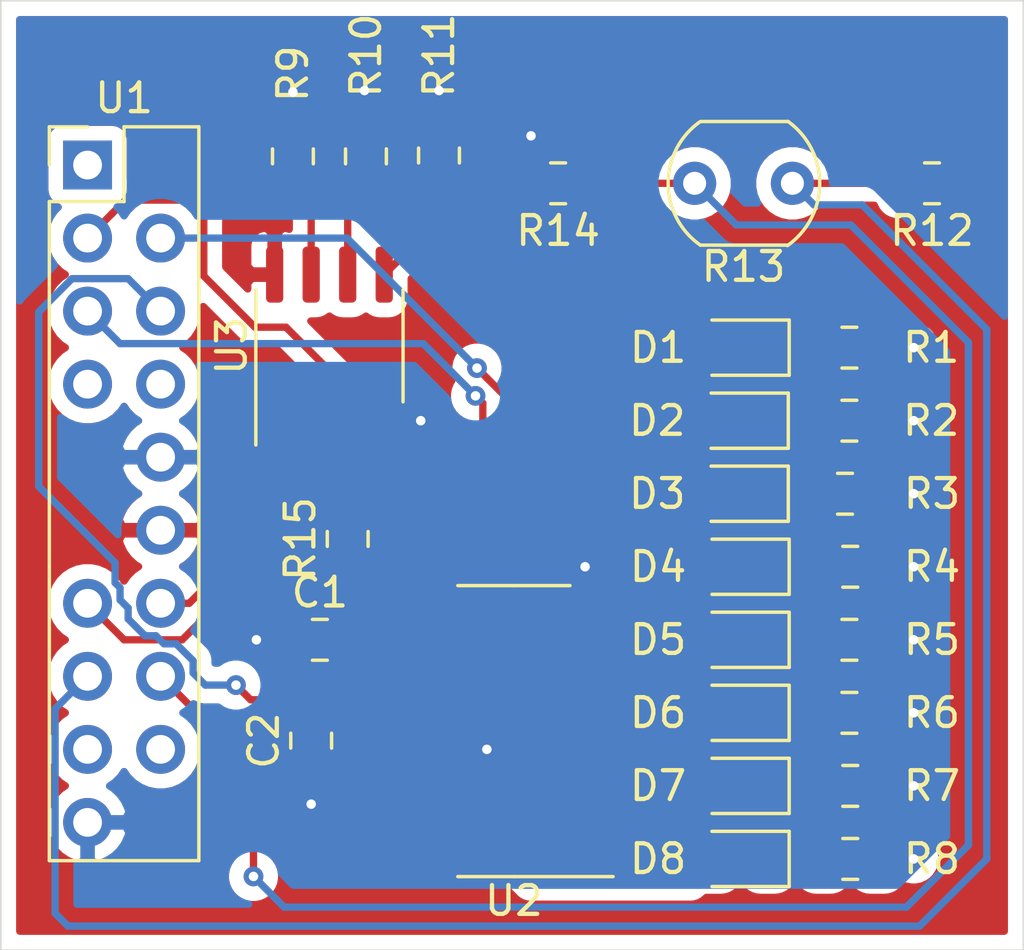
<source format=kicad_pcb>
(kicad_pcb (version 20171130) (host pcbnew 5.1.5)

  (general
    (thickness 1.6)
    (drawings 4)
    (tracks 166)
    (zones 0)
    (modules 28)
    (nets 36)
  )

  (page A4)
  (layers
    (0 F.Cu signal)
    (31 B.Cu signal)
    (32 B.Adhes user)
    (33 F.Adhes user)
    (34 B.Paste user)
    (35 F.Paste user)
    (36 B.SilkS user)
    (37 F.SilkS user)
    (38 B.Mask user)
    (39 F.Mask user)
    (40 Dwgs.User user)
    (41 Cmts.User user)
    (42 Eco1.User user)
    (43 Eco2.User user)
    (44 Edge.Cuts user)
    (45 Margin user)
    (46 B.CrtYd user)
    (47 F.CrtYd user)
    (48 B.Fab user)
    (49 F.Fab user)
  )

  (setup
    (last_trace_width 0.254)
    (user_trace_width 0.6096)
    (trace_clearance 0.1524)
    (zone_clearance 0.508)
    (zone_45_only no)
    (trace_min 0.1524)
    (via_size 0.6858)
    (via_drill 0.3302)
    (via_min_size 0.6858)
    (via_min_drill 0.3302)
    (uvia_size 0.3)
    (uvia_drill 0.1)
    (uvias_allowed no)
    (uvia_min_size 0.2)
    (uvia_min_drill 0.1)
    (edge_width 0.05)
    (segment_width 0.2)
    (pcb_text_width 0.3)
    (pcb_text_size 1.5 1.5)
    (mod_edge_width 0.12)
    (mod_text_size 1 1)
    (mod_text_width 0.15)
    (pad_size 1.524 1.524)
    (pad_drill 0.762)
    (pad_to_mask_clearance 0.051)
    (solder_mask_min_width 0.25)
    (aux_axis_origin 0 0)
    (visible_elements FFFFFF7F)
    (pcbplotparams
      (layerselection 0x010fc_ffffffff)
      (usegerberextensions false)
      (usegerberattributes false)
      (usegerberadvancedattributes false)
      (creategerberjobfile false)
      (excludeedgelayer true)
      (linewidth 0.100000)
      (plotframeref false)
      (viasonmask false)
      (mode 1)
      (useauxorigin false)
      (hpglpennumber 1)
      (hpglpenspeed 20)
      (hpglpendiameter 15.000000)
      (psnegative false)
      (psa4output false)
      (plotreference true)
      (plotvalue true)
      (plotinvisibletext false)
      (padsonsilk false)
      (subtractmaskfromsilk false)
      (outputformat 1)
      (mirror false)
      (drillshape 1)
      (scaleselection 1)
      (outputdirectory ""))
  )

  (net 0 "")
  (net 1 GND)
  (net 2 +3V3)
  (net 3 /latchPin)
  (net 4 "Net-(D1-Pad2)")
  (net 5 "Net-(D1-Pad1)")
  (net 6 "Net-(D2-Pad1)")
  (net 7 "Net-(D2-Pad2)")
  (net 8 "Net-(D3-Pad2)")
  (net 9 "Net-(D3-Pad1)")
  (net 10 "Net-(D4-Pad1)")
  (net 11 "Net-(D4-Pad2)")
  (net 12 "Net-(D5-Pad2)")
  (net 13 "Net-(D5-Pad1)")
  (net 14 "Net-(D6-Pad1)")
  (net 15 "Net-(D6-Pad2)")
  (net 16 "Net-(D7-Pad2)")
  (net 17 "Net-(D7-Pad1)")
  (net 18 "Net-(D8-Pad1)")
  (net 19 "Net-(D8-Pad2)")
  (net 20 "Net-(R9-Pad1)")
  (net 21 "Net-(R10-Pad1)")
  (net 22 "Net-(R11-Pad1)")
  (net 23 /PR_TOP)
  (net 24 /PR_BOT)
  (net 25 /O_S)
  (net 26 "Net-(U1-Pad18)")
  (net 27 "Net-(U1-Pad17)")
  (net 28 /SDA)
  (net 29 /SCL)
  (net 30 "Net-(U1-Pad8)")
  (net 31 "Net-(U1-Pad7)")
  (net 32 /clockPin)
  (net 33 /dataPin)
  (net 34 "Net-(U1-Pad1)")
  (net 35 "Net-(U2-Pad9)")

  (net_class Default "This is the default net class."
    (clearance 0.1524)
    (trace_width 0.254)
    (via_dia 0.6858)
    (via_drill 0.3302)
    (uvia_dia 0.3)
    (uvia_drill 0.1)
    (diff_pair_width 0.254)
    (diff_pair_gap 0.254)
    (add_net +3V3)
    (add_net /O_S)
    (add_net /PR_BOT)
    (add_net /PR_TOP)
    (add_net /SCL)
    (add_net /SDA)
    (add_net /clockPin)
    (add_net /dataPin)
    (add_net /latchPin)
    (add_net GND)
    (add_net "Net-(D1-Pad1)")
    (add_net "Net-(D1-Pad2)")
    (add_net "Net-(D2-Pad1)")
    (add_net "Net-(D2-Pad2)")
    (add_net "Net-(D3-Pad1)")
    (add_net "Net-(D3-Pad2)")
    (add_net "Net-(D4-Pad1)")
    (add_net "Net-(D4-Pad2)")
    (add_net "Net-(D5-Pad1)")
    (add_net "Net-(D5-Pad2)")
    (add_net "Net-(D6-Pad1)")
    (add_net "Net-(D6-Pad2)")
    (add_net "Net-(D7-Pad1)")
    (add_net "Net-(D7-Pad2)")
    (add_net "Net-(D8-Pad1)")
    (add_net "Net-(D8-Pad2)")
    (add_net "Net-(R10-Pad1)")
    (add_net "Net-(R11-Pad1)")
    (add_net "Net-(R9-Pad1)")
    (add_net "Net-(U1-Pad1)")
    (add_net "Net-(U1-Pad17)")
    (add_net "Net-(U1-Pad18)")
    (add_net "Net-(U1-Pad7)")
    (add_net "Net-(U1-Pad8)")
    (add_net "Net-(U2-Pad9)")
  )

  (module Capacitor_SMD:C_0805_2012Metric (layer F.Cu) (tedit 5B36C52B) (tstamp 5E3F8249)
    (at 120.3175 135.89)
    (descr "Capacitor SMD 0805 (2012 Metric), square (rectangular) end terminal, IPC_7351 nominal, (Body size source: https://docs.google.com/spreadsheets/d/1BsfQQcO9C6DZCsRaXUlFlo91Tg2WpOkGARC1WS5S8t0/edit?usp=sharing), generated with kicad-footprint-generator")
    (tags capacitor)
    (path /5E4E1F25)
    (attr smd)
    (fp_text reference C1 (at 0 -1.65) (layer F.SilkS)
      (effects (font (size 1 1) (thickness 0.15)))
    )
    (fp_text value 1U (at 0 1.65) (layer F.Fab)
      (effects (font (size 1 1) (thickness 0.15)))
    )
    (fp_line (start -1 0.6) (end -1 -0.6) (layer F.Fab) (width 0.1))
    (fp_line (start -1 -0.6) (end 1 -0.6) (layer F.Fab) (width 0.1))
    (fp_line (start 1 -0.6) (end 1 0.6) (layer F.Fab) (width 0.1))
    (fp_line (start 1 0.6) (end -1 0.6) (layer F.Fab) (width 0.1))
    (fp_line (start -0.258578 -0.71) (end 0.258578 -0.71) (layer F.SilkS) (width 0.12))
    (fp_line (start -0.258578 0.71) (end 0.258578 0.71) (layer F.SilkS) (width 0.12))
    (fp_line (start -1.68 0.95) (end -1.68 -0.95) (layer F.CrtYd) (width 0.05))
    (fp_line (start -1.68 -0.95) (end 1.68 -0.95) (layer F.CrtYd) (width 0.05))
    (fp_line (start 1.68 -0.95) (end 1.68 0.95) (layer F.CrtYd) (width 0.05))
    (fp_line (start 1.68 0.95) (end -1.68 0.95) (layer F.CrtYd) (width 0.05))
    (fp_text user %R (at 0 0) (layer F.Fab)
      (effects (font (size 0.5 0.5) (thickness 0.08)))
    )
    (pad 1 smd roundrect (at -0.9375 0) (size 0.975 1.4) (layers F.Cu F.Paste F.Mask) (roundrect_rratio 0.25)
      (net 1 GND))
    (pad 2 smd roundrect (at 0.9375 0) (size 0.975 1.4) (layers F.Cu F.Paste F.Mask) (roundrect_rratio 0.25)
      (net 2 +3V3))
    (model ${KISYS3DMOD}/Capacitor_SMD.3dshapes/C_0805_2012Metric.wrl
      (at (xyz 0 0 0))
      (scale (xyz 1 1 1))
      (rotate (xyz 0 0 0))
    )
  )

  (module Capacitor_SMD:C_0805_2012Metric (layer F.Cu) (tedit 5B36C52B) (tstamp 5E3F825A)
    (at 120.015 139.3975 90)
    (descr "Capacitor SMD 0805 (2012 Metric), square (rectangular) end terminal, IPC_7351 nominal, (Body size source: https://docs.google.com/spreadsheets/d/1BsfQQcO9C6DZCsRaXUlFlo91Tg2WpOkGARC1WS5S8t0/edit?usp=sharing), generated with kicad-footprint-generator")
    (tags capacitor)
    (path /5E4D1DDB)
    (attr smd)
    (fp_text reference C2 (at 0 -1.65 90) (layer F.SilkS)
      (effects (font (size 1 1) (thickness 0.15)))
    )
    (fp_text value 10U (at 0 1.65 90) (layer F.Fab)
      (effects (font (size 1 1) (thickness 0.15)))
    )
    (fp_text user %R (at 0 0 90) (layer F.Fab)
      (effects (font (size 0.5 0.5) (thickness 0.08)))
    )
    (fp_line (start 1.68 0.95) (end -1.68 0.95) (layer F.CrtYd) (width 0.05))
    (fp_line (start 1.68 -0.95) (end 1.68 0.95) (layer F.CrtYd) (width 0.05))
    (fp_line (start -1.68 -0.95) (end 1.68 -0.95) (layer F.CrtYd) (width 0.05))
    (fp_line (start -1.68 0.95) (end -1.68 -0.95) (layer F.CrtYd) (width 0.05))
    (fp_line (start -0.258578 0.71) (end 0.258578 0.71) (layer F.SilkS) (width 0.12))
    (fp_line (start -0.258578 -0.71) (end 0.258578 -0.71) (layer F.SilkS) (width 0.12))
    (fp_line (start 1 0.6) (end -1 0.6) (layer F.Fab) (width 0.1))
    (fp_line (start 1 -0.6) (end 1 0.6) (layer F.Fab) (width 0.1))
    (fp_line (start -1 -0.6) (end 1 -0.6) (layer F.Fab) (width 0.1))
    (fp_line (start -1 0.6) (end -1 -0.6) (layer F.Fab) (width 0.1))
    (pad 2 smd roundrect (at 0.9375 0 90) (size 0.975 1.4) (layers F.Cu F.Paste F.Mask) (roundrect_rratio 0.25)
      (net 3 /latchPin))
    (pad 1 smd roundrect (at -0.9375 0 90) (size 0.975 1.4) (layers F.Cu F.Paste F.Mask) (roundrect_rratio 0.25)
      (net 1 GND))
    (model ${KISYS3DMOD}/Capacitor_SMD.3dshapes/C_0805_2012Metric.wrl
      (at (xyz 0 0 0))
      (scale (xyz 1 1 1))
      (rotate (xyz 0 0 0))
    )
  )

  (module LED_SMD:LED_0805_2012Metric (layer F.Cu) (tedit 5B36C52C) (tstamp 5E3F826D)
    (at 134.9525 125.73 180)
    (descr "LED SMD 0805 (2012 Metric), square (rectangular) end terminal, IPC_7351 nominal, (Body size source: https://docs.google.com/spreadsheets/d/1BsfQQcO9C6DZCsRaXUlFlo91Tg2WpOkGARC1WS5S8t0/edit?usp=sharing), generated with kicad-footprint-generator")
    (tags diode)
    (path /5E3F7CB6)
    (attr smd)
    (fp_text reference D1 (at 2.8725 0) (layer F.SilkS)
      (effects (font (size 1 1) (thickness 0.15)))
    )
    (fp_text value LED (at 0 1.65) (layer F.Fab)
      (effects (font (size 1 1) (thickness 0.15)))
    )
    (fp_text user %R (at 0 0) (layer F.Fab)
      (effects (font (size 0.5 0.5) (thickness 0.08)))
    )
    (fp_line (start 1.68 0.95) (end -1.68 0.95) (layer F.CrtYd) (width 0.05))
    (fp_line (start 1.68 -0.95) (end 1.68 0.95) (layer F.CrtYd) (width 0.05))
    (fp_line (start -1.68 -0.95) (end 1.68 -0.95) (layer F.CrtYd) (width 0.05))
    (fp_line (start -1.68 0.95) (end -1.68 -0.95) (layer F.CrtYd) (width 0.05))
    (fp_line (start -1.685 0.96) (end 1 0.96) (layer F.SilkS) (width 0.12))
    (fp_line (start -1.685 -0.96) (end -1.685 0.96) (layer F.SilkS) (width 0.12))
    (fp_line (start 1 -0.96) (end -1.685 -0.96) (layer F.SilkS) (width 0.12))
    (fp_line (start 1 0.6) (end 1 -0.6) (layer F.Fab) (width 0.1))
    (fp_line (start -1 0.6) (end 1 0.6) (layer F.Fab) (width 0.1))
    (fp_line (start -1 -0.3) (end -1 0.6) (layer F.Fab) (width 0.1))
    (fp_line (start -0.7 -0.6) (end -1 -0.3) (layer F.Fab) (width 0.1))
    (fp_line (start 1 -0.6) (end -0.7 -0.6) (layer F.Fab) (width 0.1))
    (pad 2 smd roundrect (at 0.9375 0 180) (size 0.975 1.4) (layers F.Cu F.Paste F.Mask) (roundrect_rratio 0.25)
      (net 4 "Net-(D1-Pad2)"))
    (pad 1 smd roundrect (at -0.9375 0 180) (size 0.975 1.4) (layers F.Cu F.Paste F.Mask) (roundrect_rratio 0.25)
      (net 5 "Net-(D1-Pad1)"))
    (model ${KISYS3DMOD}/LED_SMD.3dshapes/LED_0805_2012Metric.wrl
      (at (xyz 0 0 0))
      (scale (xyz 1 1 1))
      (rotate (xyz 0 0 0))
    )
  )

  (module LED_SMD:LED_0805_2012Metric (layer F.Cu) (tedit 5B36C52C) (tstamp 5E3F8280)
    (at 134.9225 128.27 180)
    (descr "LED SMD 0805 (2012 Metric), square (rectangular) end terminal, IPC_7351 nominal, (Body size source: https://docs.google.com/spreadsheets/d/1BsfQQcO9C6DZCsRaXUlFlo91Tg2WpOkGARC1WS5S8t0/edit?usp=sharing), generated with kicad-footprint-generator")
    (tags diode)
    (path /5E4FA8B6)
    (attr smd)
    (fp_text reference D2 (at 2.8725 0) (layer F.SilkS)
      (effects (font (size 1 1) (thickness 0.15)))
    )
    (fp_text value LED (at 0 1.65) (layer F.Fab)
      (effects (font (size 1 1) (thickness 0.15)))
    )
    (fp_line (start 1 -0.6) (end -0.7 -0.6) (layer F.Fab) (width 0.1))
    (fp_line (start -0.7 -0.6) (end -1 -0.3) (layer F.Fab) (width 0.1))
    (fp_line (start -1 -0.3) (end -1 0.6) (layer F.Fab) (width 0.1))
    (fp_line (start -1 0.6) (end 1 0.6) (layer F.Fab) (width 0.1))
    (fp_line (start 1 0.6) (end 1 -0.6) (layer F.Fab) (width 0.1))
    (fp_line (start 1 -0.96) (end -1.685 -0.96) (layer F.SilkS) (width 0.12))
    (fp_line (start -1.685 -0.96) (end -1.685 0.96) (layer F.SilkS) (width 0.12))
    (fp_line (start -1.685 0.96) (end 1 0.96) (layer F.SilkS) (width 0.12))
    (fp_line (start -1.68 0.95) (end -1.68 -0.95) (layer F.CrtYd) (width 0.05))
    (fp_line (start -1.68 -0.95) (end 1.68 -0.95) (layer F.CrtYd) (width 0.05))
    (fp_line (start 1.68 -0.95) (end 1.68 0.95) (layer F.CrtYd) (width 0.05))
    (fp_line (start 1.68 0.95) (end -1.68 0.95) (layer F.CrtYd) (width 0.05))
    (fp_text user %R (at 0 0) (layer F.Fab)
      (effects (font (size 0.5 0.5) (thickness 0.08)))
    )
    (pad 1 smd roundrect (at -0.9375 0 180) (size 0.975 1.4) (layers F.Cu F.Paste F.Mask) (roundrect_rratio 0.25)
      (net 6 "Net-(D2-Pad1)"))
    (pad 2 smd roundrect (at 0.9375 0 180) (size 0.975 1.4) (layers F.Cu F.Paste F.Mask) (roundrect_rratio 0.25)
      (net 7 "Net-(D2-Pad2)"))
    (model ${KISYS3DMOD}/LED_SMD.3dshapes/LED_0805_2012Metric.wrl
      (at (xyz 0 0 0))
      (scale (xyz 1 1 1))
      (rotate (xyz 0 0 0))
    )
  )

  (module LED_SMD:LED_0805_2012Metric (layer F.Cu) (tedit 5B36C52C) (tstamp 5E3F8293)
    (at 134.9225 130.81 180)
    (descr "LED SMD 0805 (2012 Metric), square (rectangular) end terminal, IPC_7351 nominal, (Body size source: https://docs.google.com/spreadsheets/d/1BsfQQcO9C6DZCsRaXUlFlo91Tg2WpOkGARC1WS5S8t0/edit?usp=sharing), generated with kicad-footprint-generator")
    (tags diode)
    (path /5E4FAB27)
    (attr smd)
    (fp_text reference D3 (at 2.8725 0) (layer F.SilkS)
      (effects (font (size 1 1) (thickness 0.15)))
    )
    (fp_text value LED (at 0 1.65) (layer F.Fab)
      (effects (font (size 1 1) (thickness 0.15)))
    )
    (fp_text user %R (at 0 0) (layer F.Fab)
      (effects (font (size 0.5 0.5) (thickness 0.08)))
    )
    (fp_line (start 1.68 0.95) (end -1.68 0.95) (layer F.CrtYd) (width 0.05))
    (fp_line (start 1.68 -0.95) (end 1.68 0.95) (layer F.CrtYd) (width 0.05))
    (fp_line (start -1.68 -0.95) (end 1.68 -0.95) (layer F.CrtYd) (width 0.05))
    (fp_line (start -1.68 0.95) (end -1.68 -0.95) (layer F.CrtYd) (width 0.05))
    (fp_line (start -1.685 0.96) (end 1 0.96) (layer F.SilkS) (width 0.12))
    (fp_line (start -1.685 -0.96) (end -1.685 0.96) (layer F.SilkS) (width 0.12))
    (fp_line (start 1 -0.96) (end -1.685 -0.96) (layer F.SilkS) (width 0.12))
    (fp_line (start 1 0.6) (end 1 -0.6) (layer F.Fab) (width 0.1))
    (fp_line (start -1 0.6) (end 1 0.6) (layer F.Fab) (width 0.1))
    (fp_line (start -1 -0.3) (end -1 0.6) (layer F.Fab) (width 0.1))
    (fp_line (start -0.7 -0.6) (end -1 -0.3) (layer F.Fab) (width 0.1))
    (fp_line (start 1 -0.6) (end -0.7 -0.6) (layer F.Fab) (width 0.1))
    (pad 2 smd roundrect (at 0.9375 0 180) (size 0.975 1.4) (layers F.Cu F.Paste F.Mask) (roundrect_rratio 0.25)
      (net 8 "Net-(D3-Pad2)"))
    (pad 1 smd roundrect (at -0.9375 0 180) (size 0.975 1.4) (layers F.Cu F.Paste F.Mask) (roundrect_rratio 0.25)
      (net 9 "Net-(D3-Pad1)"))
    (model ${KISYS3DMOD}/LED_SMD.3dshapes/LED_0805_2012Metric.wrl
      (at (xyz 0 0 0))
      (scale (xyz 1 1 1))
      (rotate (xyz 0 0 0))
    )
  )

  (module LED_SMD:LED_0805_2012Metric (layer F.Cu) (tedit 5B36C52C) (tstamp 5E3F82A6)
    (at 134.9525 133.35 180)
    (descr "LED SMD 0805 (2012 Metric), square (rectangular) end terminal, IPC_7351 nominal, (Body size source: https://docs.google.com/spreadsheets/d/1BsfQQcO9C6DZCsRaXUlFlo91Tg2WpOkGARC1WS5S8t0/edit?usp=sharing), generated with kicad-footprint-generator")
    (tags diode)
    (path /5E4FAFBA)
    (attr smd)
    (fp_text reference D4 (at 2.8725 0) (layer F.SilkS)
      (effects (font (size 1 1) (thickness 0.15)))
    )
    (fp_text value LED (at 0 1.65) (layer F.Fab)
      (effects (font (size 1 1) (thickness 0.15)))
    )
    (fp_line (start 1 -0.6) (end -0.7 -0.6) (layer F.Fab) (width 0.1))
    (fp_line (start -0.7 -0.6) (end -1 -0.3) (layer F.Fab) (width 0.1))
    (fp_line (start -1 -0.3) (end -1 0.6) (layer F.Fab) (width 0.1))
    (fp_line (start -1 0.6) (end 1 0.6) (layer F.Fab) (width 0.1))
    (fp_line (start 1 0.6) (end 1 -0.6) (layer F.Fab) (width 0.1))
    (fp_line (start 1 -0.96) (end -1.685 -0.96) (layer F.SilkS) (width 0.12))
    (fp_line (start -1.685 -0.96) (end -1.685 0.96) (layer F.SilkS) (width 0.12))
    (fp_line (start -1.685 0.96) (end 1 0.96) (layer F.SilkS) (width 0.12))
    (fp_line (start -1.68 0.95) (end -1.68 -0.95) (layer F.CrtYd) (width 0.05))
    (fp_line (start -1.68 -0.95) (end 1.68 -0.95) (layer F.CrtYd) (width 0.05))
    (fp_line (start 1.68 -0.95) (end 1.68 0.95) (layer F.CrtYd) (width 0.05))
    (fp_line (start 1.68 0.95) (end -1.68 0.95) (layer F.CrtYd) (width 0.05))
    (fp_text user %R (at 0 0) (layer F.Fab)
      (effects (font (size 0.5 0.5) (thickness 0.08)))
    )
    (pad 1 smd roundrect (at -0.9375 0 180) (size 0.975 1.4) (layers F.Cu F.Paste F.Mask) (roundrect_rratio 0.25)
      (net 10 "Net-(D4-Pad1)"))
    (pad 2 smd roundrect (at 0.9375 0 180) (size 0.975 1.4) (layers F.Cu F.Paste F.Mask) (roundrect_rratio 0.25)
      (net 11 "Net-(D4-Pad2)"))
    (model ${KISYS3DMOD}/LED_SMD.3dshapes/LED_0805_2012Metric.wrl
      (at (xyz 0 0 0))
      (scale (xyz 1 1 1))
      (rotate (xyz 0 0 0))
    )
  )

  (module LED_SMD:LED_0805_2012Metric (layer F.Cu) (tedit 5B36C52C) (tstamp 5E3F82B9)
    (at 134.9525 135.89 180)
    (descr "LED SMD 0805 (2012 Metric), square (rectangular) end terminal, IPC_7351 nominal, (Body size source: https://docs.google.com/spreadsheets/d/1BsfQQcO9C6DZCsRaXUlFlo91Tg2WpOkGARC1WS5S8t0/edit?usp=sharing), generated with kicad-footprint-generator")
    (tags diode)
    (path /5E4FB2C1)
    (attr smd)
    (fp_text reference D5 (at 2.8725 0) (layer F.SilkS)
      (effects (font (size 1 1) (thickness 0.15)))
    )
    (fp_text value LED (at 0 1.65) (layer F.Fab)
      (effects (font (size 1 1) (thickness 0.15)))
    )
    (fp_text user %R (at 0 0) (layer F.Fab)
      (effects (font (size 0.5 0.5) (thickness 0.08)))
    )
    (fp_line (start 1.68 0.95) (end -1.68 0.95) (layer F.CrtYd) (width 0.05))
    (fp_line (start 1.68 -0.95) (end 1.68 0.95) (layer F.CrtYd) (width 0.05))
    (fp_line (start -1.68 -0.95) (end 1.68 -0.95) (layer F.CrtYd) (width 0.05))
    (fp_line (start -1.68 0.95) (end -1.68 -0.95) (layer F.CrtYd) (width 0.05))
    (fp_line (start -1.685 0.96) (end 1 0.96) (layer F.SilkS) (width 0.12))
    (fp_line (start -1.685 -0.96) (end -1.685 0.96) (layer F.SilkS) (width 0.12))
    (fp_line (start 1 -0.96) (end -1.685 -0.96) (layer F.SilkS) (width 0.12))
    (fp_line (start 1 0.6) (end 1 -0.6) (layer F.Fab) (width 0.1))
    (fp_line (start -1 0.6) (end 1 0.6) (layer F.Fab) (width 0.1))
    (fp_line (start -1 -0.3) (end -1 0.6) (layer F.Fab) (width 0.1))
    (fp_line (start -0.7 -0.6) (end -1 -0.3) (layer F.Fab) (width 0.1))
    (fp_line (start 1 -0.6) (end -0.7 -0.6) (layer F.Fab) (width 0.1))
    (pad 2 smd roundrect (at 0.9375 0 180) (size 0.975 1.4) (layers F.Cu F.Paste F.Mask) (roundrect_rratio 0.25)
      (net 12 "Net-(D5-Pad2)"))
    (pad 1 smd roundrect (at -0.9375 0 180) (size 0.975 1.4) (layers F.Cu F.Paste F.Mask) (roundrect_rratio 0.25)
      (net 13 "Net-(D5-Pad1)"))
    (model ${KISYS3DMOD}/LED_SMD.3dshapes/LED_0805_2012Metric.wrl
      (at (xyz 0 0 0))
      (scale (xyz 1 1 1))
      (rotate (xyz 0 0 0))
    )
  )

  (module LED_SMD:LED_0805_2012Metric (layer F.Cu) (tedit 5B36C52C) (tstamp 5E3F82CC)
    (at 134.9525 138.43 180)
    (descr "LED SMD 0805 (2012 Metric), square (rectangular) end terminal, IPC_7351 nominal, (Body size source: https://docs.google.com/spreadsheets/d/1BsfQQcO9C6DZCsRaXUlFlo91Tg2WpOkGARC1WS5S8t0/edit?usp=sharing), generated with kicad-footprint-generator")
    (tags diode)
    (path /5E4FB6F4)
    (attr smd)
    (fp_text reference D6 (at 2.8725 0) (layer F.SilkS)
      (effects (font (size 1 1) (thickness 0.15)))
    )
    (fp_text value LED (at 0 1.65) (layer F.Fab)
      (effects (font (size 1 1) (thickness 0.15)))
    )
    (fp_line (start 1 -0.6) (end -0.7 -0.6) (layer F.Fab) (width 0.1))
    (fp_line (start -0.7 -0.6) (end -1 -0.3) (layer F.Fab) (width 0.1))
    (fp_line (start -1 -0.3) (end -1 0.6) (layer F.Fab) (width 0.1))
    (fp_line (start -1 0.6) (end 1 0.6) (layer F.Fab) (width 0.1))
    (fp_line (start 1 0.6) (end 1 -0.6) (layer F.Fab) (width 0.1))
    (fp_line (start 1 -0.96) (end -1.685 -0.96) (layer F.SilkS) (width 0.12))
    (fp_line (start -1.685 -0.96) (end -1.685 0.96) (layer F.SilkS) (width 0.12))
    (fp_line (start -1.685 0.96) (end 1 0.96) (layer F.SilkS) (width 0.12))
    (fp_line (start -1.68 0.95) (end -1.68 -0.95) (layer F.CrtYd) (width 0.05))
    (fp_line (start -1.68 -0.95) (end 1.68 -0.95) (layer F.CrtYd) (width 0.05))
    (fp_line (start 1.68 -0.95) (end 1.68 0.95) (layer F.CrtYd) (width 0.05))
    (fp_line (start 1.68 0.95) (end -1.68 0.95) (layer F.CrtYd) (width 0.05))
    (fp_text user %R (at 0 0) (layer F.Fab)
      (effects (font (size 0.5 0.5) (thickness 0.08)))
    )
    (pad 1 smd roundrect (at -0.9375 0 180) (size 0.975 1.4) (layers F.Cu F.Paste F.Mask) (roundrect_rratio 0.25)
      (net 14 "Net-(D6-Pad1)"))
    (pad 2 smd roundrect (at 0.9375 0 180) (size 0.975 1.4) (layers F.Cu F.Paste F.Mask) (roundrect_rratio 0.25)
      (net 15 "Net-(D6-Pad2)"))
    (model ${KISYS3DMOD}/LED_SMD.3dshapes/LED_0805_2012Metric.wrl
      (at (xyz 0 0 0))
      (scale (xyz 1 1 1))
      (rotate (xyz 0 0 0))
    )
  )

  (module LED_SMD:LED_0805_2012Metric (layer F.Cu) (tedit 5B36C52C) (tstamp 5E3F82DF)
    (at 134.9525 140.97 180)
    (descr "LED SMD 0805 (2012 Metric), square (rectangular) end terminal, IPC_7351 nominal, (Body size source: https://docs.google.com/spreadsheets/d/1BsfQQcO9C6DZCsRaXUlFlo91Tg2WpOkGARC1WS5S8t0/edit?usp=sharing), generated with kicad-footprint-generator")
    (tags diode)
    (path /5E4FBA0D)
    (attr smd)
    (fp_text reference D7 (at 2.8725 0) (layer F.SilkS)
      (effects (font (size 1 1) (thickness 0.15)))
    )
    (fp_text value LED (at 0 1.65) (layer F.Fab)
      (effects (font (size 1 1) (thickness 0.15)))
    )
    (fp_text user %R (at 0 0) (layer F.Fab)
      (effects (font (size 0.5 0.5) (thickness 0.08)))
    )
    (fp_line (start 1.68 0.95) (end -1.68 0.95) (layer F.CrtYd) (width 0.05))
    (fp_line (start 1.68 -0.95) (end 1.68 0.95) (layer F.CrtYd) (width 0.05))
    (fp_line (start -1.68 -0.95) (end 1.68 -0.95) (layer F.CrtYd) (width 0.05))
    (fp_line (start -1.68 0.95) (end -1.68 -0.95) (layer F.CrtYd) (width 0.05))
    (fp_line (start -1.685 0.96) (end 1 0.96) (layer F.SilkS) (width 0.12))
    (fp_line (start -1.685 -0.96) (end -1.685 0.96) (layer F.SilkS) (width 0.12))
    (fp_line (start 1 -0.96) (end -1.685 -0.96) (layer F.SilkS) (width 0.12))
    (fp_line (start 1 0.6) (end 1 -0.6) (layer F.Fab) (width 0.1))
    (fp_line (start -1 0.6) (end 1 0.6) (layer F.Fab) (width 0.1))
    (fp_line (start -1 -0.3) (end -1 0.6) (layer F.Fab) (width 0.1))
    (fp_line (start -0.7 -0.6) (end -1 -0.3) (layer F.Fab) (width 0.1))
    (fp_line (start 1 -0.6) (end -0.7 -0.6) (layer F.Fab) (width 0.1))
    (pad 2 smd roundrect (at 0.9375 0 180) (size 0.975 1.4) (layers F.Cu F.Paste F.Mask) (roundrect_rratio 0.25)
      (net 16 "Net-(D7-Pad2)"))
    (pad 1 smd roundrect (at -0.9375 0 180) (size 0.975 1.4) (layers F.Cu F.Paste F.Mask) (roundrect_rratio 0.25)
      (net 17 "Net-(D7-Pad1)"))
    (model ${KISYS3DMOD}/LED_SMD.3dshapes/LED_0805_2012Metric.wrl
      (at (xyz 0 0 0))
      (scale (xyz 1 1 1))
      (rotate (xyz 0 0 0))
    )
  )

  (module LED_SMD:LED_0805_2012Metric (layer F.Cu) (tedit 5B36C52C) (tstamp 5E3F82F2)
    (at 134.9525 143.51 180)
    (descr "LED SMD 0805 (2012 Metric), square (rectangular) end terminal, IPC_7351 nominal, (Body size source: https://docs.google.com/spreadsheets/d/1BsfQQcO9C6DZCsRaXUlFlo91Tg2WpOkGARC1WS5S8t0/edit?usp=sharing), generated with kicad-footprint-generator")
    (tags diode)
    (path /5E4FBD56)
    (attr smd)
    (fp_text reference D8 (at 2.8725 0) (layer F.SilkS)
      (effects (font (size 1 1) (thickness 0.15)))
    )
    (fp_text value LED (at 0 1.65) (layer F.Fab)
      (effects (font (size 1 1) (thickness 0.15)))
    )
    (fp_line (start 1 -0.6) (end -0.7 -0.6) (layer F.Fab) (width 0.1))
    (fp_line (start -0.7 -0.6) (end -1 -0.3) (layer F.Fab) (width 0.1))
    (fp_line (start -1 -0.3) (end -1 0.6) (layer F.Fab) (width 0.1))
    (fp_line (start -1 0.6) (end 1 0.6) (layer F.Fab) (width 0.1))
    (fp_line (start 1 0.6) (end 1 -0.6) (layer F.Fab) (width 0.1))
    (fp_line (start 1 -0.96) (end -1.685 -0.96) (layer F.SilkS) (width 0.12))
    (fp_line (start -1.685 -0.96) (end -1.685 0.96) (layer F.SilkS) (width 0.12))
    (fp_line (start -1.685 0.96) (end 1 0.96) (layer F.SilkS) (width 0.12))
    (fp_line (start -1.68 0.95) (end -1.68 -0.95) (layer F.CrtYd) (width 0.05))
    (fp_line (start -1.68 -0.95) (end 1.68 -0.95) (layer F.CrtYd) (width 0.05))
    (fp_line (start 1.68 -0.95) (end 1.68 0.95) (layer F.CrtYd) (width 0.05))
    (fp_line (start 1.68 0.95) (end -1.68 0.95) (layer F.CrtYd) (width 0.05))
    (fp_text user %R (at 0 0) (layer F.Fab)
      (effects (font (size 0.5 0.5) (thickness 0.08)))
    )
    (pad 1 smd roundrect (at -0.9375 0 180) (size 0.975 1.4) (layers F.Cu F.Paste F.Mask) (roundrect_rratio 0.25)
      (net 18 "Net-(D8-Pad1)"))
    (pad 2 smd roundrect (at 0.9375 0 180) (size 0.975 1.4) (layers F.Cu F.Paste F.Mask) (roundrect_rratio 0.25)
      (net 19 "Net-(D8-Pad2)"))
    (model ${KISYS3DMOD}/LED_SMD.3dshapes/LED_0805_2012Metric.wrl
      (at (xyz 0 0 0))
      (scale (xyz 1 1 1))
      (rotate (xyz 0 0 0))
    )
  )

  (module Resistor_SMD:R_0805_2012Metric (layer F.Cu) (tedit 5B36C52B) (tstamp 5E3F8960)
    (at 138.7325 125.73)
    (descr "Resistor SMD 0805 (2012 Metric), square (rectangular) end terminal, IPC_7351 nominal, (Body size source: https://docs.google.com/spreadsheets/d/1BsfQQcO9C6DZCsRaXUlFlo91Tg2WpOkGARC1WS5S8t0/edit?usp=sharing), generated with kicad-footprint-generator")
    (tags resistor)
    (path /5E3F7CBC)
    (attr smd)
    (fp_text reference R1 (at 2.8425 0) (layer F.SilkS)
      (effects (font (size 1 1) (thickness 0.15)))
    )
    (fp_text value 470 (at 0 1.65) (layer F.Fab)
      (effects (font (size 1 1) (thickness 0.15)))
    )
    (fp_text user %R (at 0 0) (layer F.Fab)
      (effects (font (size 0.5 0.5) (thickness 0.08)))
    )
    (fp_line (start 1.68 0.95) (end -1.68 0.95) (layer F.CrtYd) (width 0.05))
    (fp_line (start 1.68 -0.95) (end 1.68 0.95) (layer F.CrtYd) (width 0.05))
    (fp_line (start -1.68 -0.95) (end 1.68 -0.95) (layer F.CrtYd) (width 0.05))
    (fp_line (start -1.68 0.95) (end -1.68 -0.95) (layer F.CrtYd) (width 0.05))
    (fp_line (start -0.258578 0.71) (end 0.258578 0.71) (layer F.SilkS) (width 0.12))
    (fp_line (start -0.258578 -0.71) (end 0.258578 -0.71) (layer F.SilkS) (width 0.12))
    (fp_line (start 1 0.6) (end -1 0.6) (layer F.Fab) (width 0.1))
    (fp_line (start 1 -0.6) (end 1 0.6) (layer F.Fab) (width 0.1))
    (fp_line (start -1 -0.6) (end 1 -0.6) (layer F.Fab) (width 0.1))
    (fp_line (start -1 0.6) (end -1 -0.6) (layer F.Fab) (width 0.1))
    (pad 2 smd roundrect (at 0.9375 0) (size 0.975 1.4) (layers F.Cu F.Paste F.Mask) (roundrect_rratio 0.25)
      (net 1 GND))
    (pad 1 smd roundrect (at -0.9375 0) (size 0.975 1.4) (layers F.Cu F.Paste F.Mask) (roundrect_rratio 0.25)
      (net 5 "Net-(D1-Pad1)"))
    (model ${KISYS3DMOD}/Resistor_SMD.3dshapes/R_0805_2012Metric.wrl
      (at (xyz 0 0 0))
      (scale (xyz 1 1 1))
      (rotate (xyz 0 0 0))
    )
  )

  (module Resistor_SMD:R_0805_2012Metric (layer F.Cu) (tedit 5B36C52B) (tstamp 5E3F8314)
    (at 138.7325 128.27)
    (descr "Resistor SMD 0805 (2012 Metric), square (rectangular) end terminal, IPC_7351 nominal, (Body size source: https://docs.google.com/spreadsheets/d/1BsfQQcO9C6DZCsRaXUlFlo91Tg2WpOkGARC1WS5S8t0/edit?usp=sharing), generated with kicad-footprint-generator")
    (tags resistor)
    (path /5E4F67FD)
    (attr smd)
    (fp_text reference R2 (at 2.8425 0) (layer F.SilkS)
      (effects (font (size 1 1) (thickness 0.15)))
    )
    (fp_text value 470 (at 0 1.65) (layer F.Fab)
      (effects (font (size 1 1) (thickness 0.15)))
    )
    (fp_text user %R (at 0 0) (layer F.Fab)
      (effects (font (size 0.5 0.5) (thickness 0.08)))
    )
    (fp_line (start 1.68 0.95) (end -1.68 0.95) (layer F.CrtYd) (width 0.05))
    (fp_line (start 1.68 -0.95) (end 1.68 0.95) (layer F.CrtYd) (width 0.05))
    (fp_line (start -1.68 -0.95) (end 1.68 -0.95) (layer F.CrtYd) (width 0.05))
    (fp_line (start -1.68 0.95) (end -1.68 -0.95) (layer F.CrtYd) (width 0.05))
    (fp_line (start -0.258578 0.71) (end 0.258578 0.71) (layer F.SilkS) (width 0.12))
    (fp_line (start -0.258578 -0.71) (end 0.258578 -0.71) (layer F.SilkS) (width 0.12))
    (fp_line (start 1 0.6) (end -1 0.6) (layer F.Fab) (width 0.1))
    (fp_line (start 1 -0.6) (end 1 0.6) (layer F.Fab) (width 0.1))
    (fp_line (start -1 -0.6) (end 1 -0.6) (layer F.Fab) (width 0.1))
    (fp_line (start -1 0.6) (end -1 -0.6) (layer F.Fab) (width 0.1))
    (pad 2 smd roundrect (at 0.9375 0) (size 0.975 1.4) (layers F.Cu F.Paste F.Mask) (roundrect_rratio 0.25)
      (net 1 GND))
    (pad 1 smd roundrect (at -0.9375 0) (size 0.975 1.4) (layers F.Cu F.Paste F.Mask) (roundrect_rratio 0.25)
      (net 6 "Net-(D2-Pad1)"))
    (model ${KISYS3DMOD}/Resistor_SMD.3dshapes/R_0805_2012Metric.wrl
      (at (xyz 0 0 0))
      (scale (xyz 1 1 1))
      (rotate (xyz 0 0 0))
    )
  )

  (module Resistor_SMD:R_0805_2012Metric (layer F.Cu) (tedit 5B36C52B) (tstamp 5E3F8325)
    (at 138.5801 130.81)
    (descr "Resistor SMD 0805 (2012 Metric), square (rectangular) end terminal, IPC_7351 nominal, (Body size source: https://docs.google.com/spreadsheets/d/1BsfQQcO9C6DZCsRaXUlFlo91Tg2WpOkGARC1WS5S8t0/edit?usp=sharing), generated with kicad-footprint-generator")
    (tags resistor)
    (path /5E4F6AC0)
    (attr smd)
    (fp_text reference R3 (at 3.0249 0) (layer F.SilkS)
      (effects (font (size 1 1) (thickness 0.15)))
    )
    (fp_text value 470 (at 0 1.65) (layer F.Fab)
      (effects (font (size 1 1) (thickness 0.15)))
    )
    (fp_line (start -1 0.6) (end -1 -0.6) (layer F.Fab) (width 0.1))
    (fp_line (start -1 -0.6) (end 1 -0.6) (layer F.Fab) (width 0.1))
    (fp_line (start 1 -0.6) (end 1 0.6) (layer F.Fab) (width 0.1))
    (fp_line (start 1 0.6) (end -1 0.6) (layer F.Fab) (width 0.1))
    (fp_line (start -0.258578 -0.71) (end 0.258578 -0.71) (layer F.SilkS) (width 0.12))
    (fp_line (start -0.258578 0.71) (end 0.258578 0.71) (layer F.SilkS) (width 0.12))
    (fp_line (start -1.68 0.95) (end -1.68 -0.95) (layer F.CrtYd) (width 0.05))
    (fp_line (start -1.68 -0.95) (end 1.68 -0.95) (layer F.CrtYd) (width 0.05))
    (fp_line (start 1.68 -0.95) (end 1.68 0.95) (layer F.CrtYd) (width 0.05))
    (fp_line (start 1.68 0.95) (end -1.68 0.95) (layer F.CrtYd) (width 0.05))
    (fp_text user %R (at 0 0) (layer F.Fab)
      (effects (font (size 0.5 0.5) (thickness 0.08)))
    )
    (pad 1 smd roundrect (at -0.9375 0) (size 0.975 1.4) (layers F.Cu F.Paste F.Mask) (roundrect_rratio 0.25)
      (net 9 "Net-(D3-Pad1)"))
    (pad 2 smd roundrect (at 0.9375 0) (size 0.975 1.4) (layers F.Cu F.Paste F.Mask) (roundrect_rratio 0.25)
      (net 1 GND))
    (model ${KISYS3DMOD}/Resistor_SMD.3dshapes/R_0805_2012Metric.wrl
      (at (xyz 0 0 0))
      (scale (xyz 1 1 1))
      (rotate (xyz 0 0 0))
    )
  )

  (module Resistor_SMD:R_0805_2012Metric (layer F.Cu) (tedit 5B36C52B) (tstamp 5E3F8336)
    (at 138.7625 133.35)
    (descr "Resistor SMD 0805 (2012 Metric), square (rectangular) end terminal, IPC_7351 nominal, (Body size source: https://docs.google.com/spreadsheets/d/1BsfQQcO9C6DZCsRaXUlFlo91Tg2WpOkGARC1WS5S8t0/edit?usp=sharing), generated with kicad-footprint-generator")
    (tags resistor)
    (path /5E4F6C8E)
    (attr smd)
    (fp_text reference R4 (at 2.8425 0) (layer F.SilkS)
      (effects (font (size 1 1) (thickness 0.15)))
    )
    (fp_text value 470 (at 0 1.65) (layer F.Fab)
      (effects (font (size 1 1) (thickness 0.15)))
    )
    (fp_text user %R (at 0 0) (layer F.Fab)
      (effects (font (size 0.5 0.5) (thickness 0.08)))
    )
    (fp_line (start 1.68 0.95) (end -1.68 0.95) (layer F.CrtYd) (width 0.05))
    (fp_line (start 1.68 -0.95) (end 1.68 0.95) (layer F.CrtYd) (width 0.05))
    (fp_line (start -1.68 -0.95) (end 1.68 -0.95) (layer F.CrtYd) (width 0.05))
    (fp_line (start -1.68 0.95) (end -1.68 -0.95) (layer F.CrtYd) (width 0.05))
    (fp_line (start -0.258578 0.71) (end 0.258578 0.71) (layer F.SilkS) (width 0.12))
    (fp_line (start -0.258578 -0.71) (end 0.258578 -0.71) (layer F.SilkS) (width 0.12))
    (fp_line (start 1 0.6) (end -1 0.6) (layer F.Fab) (width 0.1))
    (fp_line (start 1 -0.6) (end 1 0.6) (layer F.Fab) (width 0.1))
    (fp_line (start -1 -0.6) (end 1 -0.6) (layer F.Fab) (width 0.1))
    (fp_line (start -1 0.6) (end -1 -0.6) (layer F.Fab) (width 0.1))
    (pad 2 smd roundrect (at 0.9375 0) (size 0.975 1.4) (layers F.Cu F.Paste F.Mask) (roundrect_rratio 0.25)
      (net 1 GND))
    (pad 1 smd roundrect (at -0.9375 0) (size 0.975 1.4) (layers F.Cu F.Paste F.Mask) (roundrect_rratio 0.25)
      (net 10 "Net-(D4-Pad1)"))
    (model ${KISYS3DMOD}/Resistor_SMD.3dshapes/R_0805_2012Metric.wrl
      (at (xyz 0 0 0))
      (scale (xyz 1 1 1))
      (rotate (xyz 0 0 0))
    )
  )

  (module Resistor_SMD:R_0805_2012Metric (layer F.Cu) (tedit 5B36C52B) (tstamp 5E3F8D4D)
    (at 138.7325 135.89)
    (descr "Resistor SMD 0805 (2012 Metric), square (rectangular) end terminal, IPC_7351 nominal, (Body size source: https://docs.google.com/spreadsheets/d/1BsfQQcO9C6DZCsRaXUlFlo91Tg2WpOkGARC1WS5S8t0/edit?usp=sharing), generated with kicad-footprint-generator")
    (tags resistor)
    (path /5E4F7078)
    (attr smd)
    (fp_text reference R5 (at 2.8725 0) (layer F.SilkS)
      (effects (font (size 1 1) (thickness 0.15)))
    )
    (fp_text value 470 (at 0 1.65) (layer F.Fab)
      (effects (font (size 1 1) (thickness 0.15)))
    )
    (fp_line (start -1 0.6) (end -1 -0.6) (layer F.Fab) (width 0.1))
    (fp_line (start -1 -0.6) (end 1 -0.6) (layer F.Fab) (width 0.1))
    (fp_line (start 1 -0.6) (end 1 0.6) (layer F.Fab) (width 0.1))
    (fp_line (start 1 0.6) (end -1 0.6) (layer F.Fab) (width 0.1))
    (fp_line (start -0.258578 -0.71) (end 0.258578 -0.71) (layer F.SilkS) (width 0.12))
    (fp_line (start -0.258578 0.71) (end 0.258578 0.71) (layer F.SilkS) (width 0.12))
    (fp_line (start -1.68 0.95) (end -1.68 -0.95) (layer F.CrtYd) (width 0.05))
    (fp_line (start -1.68 -0.95) (end 1.68 -0.95) (layer F.CrtYd) (width 0.05))
    (fp_line (start 1.68 -0.95) (end 1.68 0.95) (layer F.CrtYd) (width 0.05))
    (fp_line (start 1.68 0.95) (end -1.68 0.95) (layer F.CrtYd) (width 0.05))
    (fp_text user %R (at 0 0) (layer F.Fab)
      (effects (font (size 0.5 0.5) (thickness 0.08)))
    )
    (pad 1 smd roundrect (at -0.9375 0) (size 0.975 1.4) (layers F.Cu F.Paste F.Mask) (roundrect_rratio 0.25)
      (net 13 "Net-(D5-Pad1)"))
    (pad 2 smd roundrect (at 0.9375 0) (size 0.975 1.4) (layers F.Cu F.Paste F.Mask) (roundrect_rratio 0.25)
      (net 1 GND))
    (model ${KISYS3DMOD}/Resistor_SMD.3dshapes/R_0805_2012Metric.wrl
      (at (xyz 0 0 0))
      (scale (xyz 1 1 1))
      (rotate (xyz 0 0 0))
    )
  )

  (module Resistor_SMD:R_0805_2012Metric (layer F.Cu) (tedit 5B36C52B) (tstamp 5E3F8358)
    (at 138.7325 138.43)
    (descr "Resistor SMD 0805 (2012 Metric), square (rectangular) end terminal, IPC_7351 nominal, (Body size source: https://docs.google.com/spreadsheets/d/1BsfQQcO9C6DZCsRaXUlFlo91Tg2WpOkGARC1WS5S8t0/edit?usp=sharing), generated with kicad-footprint-generator")
    (tags resistor)
    (path /5E4F7312)
    (attr smd)
    (fp_text reference R6 (at 2.8679 0) (layer F.SilkS)
      (effects (font (size 1 1) (thickness 0.15)))
    )
    (fp_text value 470 (at 0 1.65) (layer F.Fab)
      (effects (font (size 1 1) (thickness 0.15)))
    )
    (fp_text user %R (at 0 0) (layer F.Fab)
      (effects (font (size 0.5 0.5) (thickness 0.08)))
    )
    (fp_line (start 1.68 0.95) (end -1.68 0.95) (layer F.CrtYd) (width 0.05))
    (fp_line (start 1.68 -0.95) (end 1.68 0.95) (layer F.CrtYd) (width 0.05))
    (fp_line (start -1.68 -0.95) (end 1.68 -0.95) (layer F.CrtYd) (width 0.05))
    (fp_line (start -1.68 0.95) (end -1.68 -0.95) (layer F.CrtYd) (width 0.05))
    (fp_line (start -0.258578 0.71) (end 0.258578 0.71) (layer F.SilkS) (width 0.12))
    (fp_line (start -0.258578 -0.71) (end 0.258578 -0.71) (layer F.SilkS) (width 0.12))
    (fp_line (start 1 0.6) (end -1 0.6) (layer F.Fab) (width 0.1))
    (fp_line (start 1 -0.6) (end 1 0.6) (layer F.Fab) (width 0.1))
    (fp_line (start -1 -0.6) (end 1 -0.6) (layer F.Fab) (width 0.1))
    (fp_line (start -1 0.6) (end -1 -0.6) (layer F.Fab) (width 0.1))
    (pad 2 smd roundrect (at 0.9375 0) (size 0.975 1.4) (layers F.Cu F.Paste F.Mask) (roundrect_rratio 0.25)
      (net 1 GND))
    (pad 1 smd roundrect (at -0.9375 0) (size 0.975 1.4) (layers F.Cu F.Paste F.Mask) (roundrect_rratio 0.25)
      (net 14 "Net-(D6-Pad1)"))
    (model ${KISYS3DMOD}/Resistor_SMD.3dshapes/R_0805_2012Metric.wrl
      (at (xyz 0 0 0))
      (scale (xyz 1 1 1))
      (rotate (xyz 0 0 0))
    )
  )

  (module Resistor_SMD:R_0805_2012Metric (layer F.Cu) (tedit 5B36C52B) (tstamp 5E3F8369)
    (at 138.7625 140.97)
    (descr "Resistor SMD 0805 (2012 Metric), square (rectangular) end terminal, IPC_7351 nominal, (Body size source: https://docs.google.com/spreadsheets/d/1BsfQQcO9C6DZCsRaXUlFlo91Tg2WpOkGARC1WS5S8t0/edit?usp=sharing), generated with kicad-footprint-generator")
    (tags resistor)
    (path /5E4F751A)
    (attr smd)
    (fp_text reference R7 (at 2.8425 0) (layer F.SilkS)
      (effects (font (size 1 1) (thickness 0.15)))
    )
    (fp_text value 470 (at 0 1.65) (layer F.Fab)
      (effects (font (size 1 1) (thickness 0.15)))
    )
    (fp_line (start -1 0.6) (end -1 -0.6) (layer F.Fab) (width 0.1))
    (fp_line (start -1 -0.6) (end 1 -0.6) (layer F.Fab) (width 0.1))
    (fp_line (start 1 -0.6) (end 1 0.6) (layer F.Fab) (width 0.1))
    (fp_line (start 1 0.6) (end -1 0.6) (layer F.Fab) (width 0.1))
    (fp_line (start -0.258578 -0.71) (end 0.258578 -0.71) (layer F.SilkS) (width 0.12))
    (fp_line (start -0.258578 0.71) (end 0.258578 0.71) (layer F.SilkS) (width 0.12))
    (fp_line (start -1.68 0.95) (end -1.68 -0.95) (layer F.CrtYd) (width 0.05))
    (fp_line (start -1.68 -0.95) (end 1.68 -0.95) (layer F.CrtYd) (width 0.05))
    (fp_line (start 1.68 -0.95) (end 1.68 0.95) (layer F.CrtYd) (width 0.05))
    (fp_line (start 1.68 0.95) (end -1.68 0.95) (layer F.CrtYd) (width 0.05))
    (fp_text user %R (at 0 0) (layer F.Fab)
      (effects (font (size 0.5 0.5) (thickness 0.08)))
    )
    (pad 1 smd roundrect (at -0.9375 0) (size 0.975 1.4) (layers F.Cu F.Paste F.Mask) (roundrect_rratio 0.25)
      (net 17 "Net-(D7-Pad1)"))
    (pad 2 smd roundrect (at 0.9375 0) (size 0.975 1.4) (layers F.Cu F.Paste F.Mask) (roundrect_rratio 0.25)
      (net 1 GND))
    (model ${KISYS3DMOD}/Resistor_SMD.3dshapes/R_0805_2012Metric.wrl
      (at (xyz 0 0 0))
      (scale (xyz 1 1 1))
      (rotate (xyz 0 0 0))
    )
  )

  (module Resistor_SMD:R_0805_2012Metric (layer F.Cu) (tedit 5B36C52B) (tstamp 5E3F9F3D)
    (at 138.7625 143.51)
    (descr "Resistor SMD 0805 (2012 Metric), square (rectangular) end terminal, IPC_7351 nominal, (Body size source: https://docs.google.com/spreadsheets/d/1BsfQQcO9C6DZCsRaXUlFlo91Tg2WpOkGARC1WS5S8t0/edit?usp=sharing), generated with kicad-footprint-generator")
    (tags resistor)
    (path /5E4F766A)
    (attr smd)
    (fp_text reference R8 (at 2.8425 0) (layer F.SilkS)
      (effects (font (size 1 1) (thickness 0.15)))
    )
    (fp_text value 470 (at 0 1.65) (layer F.Fab)
      (effects (font (size 1 1) (thickness 0.15)))
    )
    (fp_text user %R (at 0 0) (layer F.Fab)
      (effects (font (size 0.5 0.5) (thickness 0.08)))
    )
    (fp_line (start 1.68 0.95) (end -1.68 0.95) (layer F.CrtYd) (width 0.05))
    (fp_line (start 1.68 -0.95) (end 1.68 0.95) (layer F.CrtYd) (width 0.05))
    (fp_line (start -1.68 -0.95) (end 1.68 -0.95) (layer F.CrtYd) (width 0.05))
    (fp_line (start -1.68 0.95) (end -1.68 -0.95) (layer F.CrtYd) (width 0.05))
    (fp_line (start -0.258578 0.71) (end 0.258578 0.71) (layer F.SilkS) (width 0.12))
    (fp_line (start -0.258578 -0.71) (end 0.258578 -0.71) (layer F.SilkS) (width 0.12))
    (fp_line (start 1 0.6) (end -1 0.6) (layer F.Fab) (width 0.1))
    (fp_line (start 1 -0.6) (end 1 0.6) (layer F.Fab) (width 0.1))
    (fp_line (start -1 -0.6) (end 1 -0.6) (layer F.Fab) (width 0.1))
    (fp_line (start -1 0.6) (end -1 -0.6) (layer F.Fab) (width 0.1))
    (pad 2 smd roundrect (at 0.9375 0) (size 0.975 1.4) (layers F.Cu F.Paste F.Mask) (roundrect_rratio 0.25)
      (net 1 GND))
    (pad 1 smd roundrect (at -0.9375 0) (size 0.975 1.4) (layers F.Cu F.Paste F.Mask) (roundrect_rratio 0.25)
      (net 18 "Net-(D8-Pad1)"))
    (model ${KISYS3DMOD}/Resistor_SMD.3dshapes/R_0805_2012Metric.wrl
      (at (xyz 0 0 0))
      (scale (xyz 1 1 1))
      (rotate (xyz 0 0 0))
    )
  )

  (module Resistor_SMD:R_0805_2012Metric (layer F.Cu) (tedit 5B36C52B) (tstamp 5E3F838B)
    (at 119.38 119.0775 90)
    (descr "Resistor SMD 0805 (2012 Metric), square (rectangular) end terminal, IPC_7351 nominal, (Body size source: https://docs.google.com/spreadsheets/d/1BsfQQcO9C6DZCsRaXUlFlo91Tg2WpOkGARC1WS5S8t0/edit?usp=sharing), generated with kicad-footprint-generator")
    (tags resistor)
    (path /5E46DF24)
    (attr smd)
    (fp_text reference R9 (at 2.8725 0 90) (layer F.SilkS)
      (effects (font (size 1 1) (thickness 0.15)))
    )
    (fp_text value 0 (at 0 1.65 90) (layer F.Fab)
      (effects (font (size 1 1) (thickness 0.15)))
    )
    (fp_line (start -1 0.6) (end -1 -0.6) (layer F.Fab) (width 0.1))
    (fp_line (start -1 -0.6) (end 1 -0.6) (layer F.Fab) (width 0.1))
    (fp_line (start 1 -0.6) (end 1 0.6) (layer F.Fab) (width 0.1))
    (fp_line (start 1 0.6) (end -1 0.6) (layer F.Fab) (width 0.1))
    (fp_line (start -0.258578 -0.71) (end 0.258578 -0.71) (layer F.SilkS) (width 0.12))
    (fp_line (start -0.258578 0.71) (end 0.258578 0.71) (layer F.SilkS) (width 0.12))
    (fp_line (start -1.68 0.95) (end -1.68 -0.95) (layer F.CrtYd) (width 0.05))
    (fp_line (start -1.68 -0.95) (end 1.68 -0.95) (layer F.CrtYd) (width 0.05))
    (fp_line (start 1.68 -0.95) (end 1.68 0.95) (layer F.CrtYd) (width 0.05))
    (fp_line (start 1.68 0.95) (end -1.68 0.95) (layer F.CrtYd) (width 0.05))
    (fp_text user %R (at 0 0 90) (layer F.Fab)
      (effects (font (size 0.5 0.5) (thickness 0.08)))
    )
    (pad 1 smd roundrect (at -0.9375 0 90) (size 0.975 1.4) (layers F.Cu F.Paste F.Mask) (roundrect_rratio 0.25)
      (net 20 "Net-(R9-Pad1)"))
    (pad 2 smd roundrect (at 0.9375 0 90) (size 0.975 1.4) (layers F.Cu F.Paste F.Mask) (roundrect_rratio 0.25)
      (net 1 GND))
    (model ${KISYS3DMOD}/Resistor_SMD.3dshapes/R_0805_2012Metric.wrl
      (at (xyz 0 0 0))
      (scale (xyz 1 1 1))
      (rotate (xyz 0 0 0))
    )
  )

  (module Resistor_SMD:R_0805_2012Metric (layer F.Cu) (tedit 5B36C52B) (tstamp 5E3F839C)
    (at 121.92 119.0775 90)
    (descr "Resistor SMD 0805 (2012 Metric), square (rectangular) end terminal, IPC_7351 nominal, (Body size source: https://docs.google.com/spreadsheets/d/1BsfQQcO9C6DZCsRaXUlFlo91Tg2WpOkGARC1WS5S8t0/edit?usp=sharing), generated with kicad-footprint-generator")
    (tags resistor)
    (path /5E46E2AB)
    (attr smd)
    (fp_text reference R10 (at 3.5075 0 90) (layer F.SilkS)
      (effects (font (size 1 1) (thickness 0.15)))
    )
    (fp_text value 0 (at 0 1.65 90) (layer F.Fab)
      (effects (font (size 1 1) (thickness 0.15)))
    )
    (fp_text user %R (at 0 0 90) (layer F.Fab)
      (effects (font (size 0.5 0.5) (thickness 0.08)))
    )
    (fp_line (start 1.68 0.95) (end -1.68 0.95) (layer F.CrtYd) (width 0.05))
    (fp_line (start 1.68 -0.95) (end 1.68 0.95) (layer F.CrtYd) (width 0.05))
    (fp_line (start -1.68 -0.95) (end 1.68 -0.95) (layer F.CrtYd) (width 0.05))
    (fp_line (start -1.68 0.95) (end -1.68 -0.95) (layer F.CrtYd) (width 0.05))
    (fp_line (start -0.258578 0.71) (end 0.258578 0.71) (layer F.SilkS) (width 0.12))
    (fp_line (start -0.258578 -0.71) (end 0.258578 -0.71) (layer F.SilkS) (width 0.12))
    (fp_line (start 1 0.6) (end -1 0.6) (layer F.Fab) (width 0.1))
    (fp_line (start 1 -0.6) (end 1 0.6) (layer F.Fab) (width 0.1))
    (fp_line (start -1 -0.6) (end 1 -0.6) (layer F.Fab) (width 0.1))
    (fp_line (start -1 0.6) (end -1 -0.6) (layer F.Fab) (width 0.1))
    (pad 2 smd roundrect (at 0.9375 0 90) (size 0.975 1.4) (layers F.Cu F.Paste F.Mask) (roundrect_rratio 0.25)
      (net 1 GND))
    (pad 1 smd roundrect (at -0.9375 0 90) (size 0.975 1.4) (layers F.Cu F.Paste F.Mask) (roundrect_rratio 0.25)
      (net 21 "Net-(R10-Pad1)"))
    (model ${KISYS3DMOD}/Resistor_SMD.3dshapes/R_0805_2012Metric.wrl
      (at (xyz 0 0 0))
      (scale (xyz 1 1 1))
      (rotate (xyz 0 0 0))
    )
  )

  (module Resistor_SMD:R_0805_2012Metric (layer F.Cu) (tedit 5B36C52B) (tstamp 5E3F83AD)
    (at 124.46 119.0475 90)
    (descr "Resistor SMD 0805 (2012 Metric), square (rectangular) end terminal, IPC_7351 nominal, (Body size source: https://docs.google.com/spreadsheets/d/1BsfQQcO9C6DZCsRaXUlFlo91Tg2WpOkGARC1WS5S8t0/edit?usp=sharing), generated with kicad-footprint-generator")
    (tags resistor)
    (path /5E46E4E7)
    (attr smd)
    (fp_text reference R11 (at 3.4775 0 90) (layer F.SilkS)
      (effects (font (size 1 1) (thickness 0.15)))
    )
    (fp_text value 0 (at 0 1.65 90) (layer F.Fab)
      (effects (font (size 1 1) (thickness 0.15)))
    )
    (fp_line (start -1 0.6) (end -1 -0.6) (layer F.Fab) (width 0.1))
    (fp_line (start -1 -0.6) (end 1 -0.6) (layer F.Fab) (width 0.1))
    (fp_line (start 1 -0.6) (end 1 0.6) (layer F.Fab) (width 0.1))
    (fp_line (start 1 0.6) (end -1 0.6) (layer F.Fab) (width 0.1))
    (fp_line (start -0.258578 -0.71) (end 0.258578 -0.71) (layer F.SilkS) (width 0.12))
    (fp_line (start -0.258578 0.71) (end 0.258578 0.71) (layer F.SilkS) (width 0.12))
    (fp_line (start -1.68 0.95) (end -1.68 -0.95) (layer F.CrtYd) (width 0.05))
    (fp_line (start -1.68 -0.95) (end 1.68 -0.95) (layer F.CrtYd) (width 0.05))
    (fp_line (start 1.68 -0.95) (end 1.68 0.95) (layer F.CrtYd) (width 0.05))
    (fp_line (start 1.68 0.95) (end -1.68 0.95) (layer F.CrtYd) (width 0.05))
    (fp_text user %R (at 0 0 90) (layer F.Fab)
      (effects (font (size 0.5 0.5) (thickness 0.08)))
    )
    (pad 1 smd roundrect (at -0.9375 0 90) (size 0.975 1.4) (layers F.Cu F.Paste F.Mask) (roundrect_rratio 0.25)
      (net 22 "Net-(R11-Pad1)"))
    (pad 2 smd roundrect (at 0.9375 0 90) (size 0.975 1.4) (layers F.Cu F.Paste F.Mask) (roundrect_rratio 0.25)
      (net 1 GND))
    (model ${KISYS3DMOD}/Resistor_SMD.3dshapes/R_0805_2012Metric.wrl
      (at (xyz 0 0 0))
      (scale (xyz 1 1 1))
      (rotate (xyz 0 0 0))
    )
  )

  (module Resistor_SMD:R_0805_2012Metric (layer F.Cu) (tedit 5B36C52B) (tstamp 5E3F83BE)
    (at 141.605 120.015 180)
    (descr "Resistor SMD 0805 (2012 Metric), square (rectangular) end terminal, IPC_7351 nominal, (Body size source: https://docs.google.com/spreadsheets/d/1BsfQQcO9C6DZCsRaXUlFlo91Tg2WpOkGARC1WS5S8t0/edit?usp=sharing), generated with kicad-footprint-generator")
    (tags resistor)
    (path /5E4814EC)
    (attr smd)
    (fp_text reference R12 (at 0 -1.65) (layer F.SilkS)
      (effects (font (size 1 1) (thickness 0.15)))
    )
    (fp_text value 22K (at 0 1.65) (layer F.Fab)
      (effects (font (size 1 1) (thickness 0.15)))
    )
    (fp_line (start -1 0.6) (end -1 -0.6) (layer F.Fab) (width 0.1))
    (fp_line (start -1 -0.6) (end 1 -0.6) (layer F.Fab) (width 0.1))
    (fp_line (start 1 -0.6) (end 1 0.6) (layer F.Fab) (width 0.1))
    (fp_line (start 1 0.6) (end -1 0.6) (layer F.Fab) (width 0.1))
    (fp_line (start -0.258578 -0.71) (end 0.258578 -0.71) (layer F.SilkS) (width 0.12))
    (fp_line (start -0.258578 0.71) (end 0.258578 0.71) (layer F.SilkS) (width 0.12))
    (fp_line (start -1.68 0.95) (end -1.68 -0.95) (layer F.CrtYd) (width 0.05))
    (fp_line (start -1.68 -0.95) (end 1.68 -0.95) (layer F.CrtYd) (width 0.05))
    (fp_line (start 1.68 -0.95) (end 1.68 0.95) (layer F.CrtYd) (width 0.05))
    (fp_line (start 1.68 0.95) (end -1.68 0.95) (layer F.CrtYd) (width 0.05))
    (fp_text user %R (at 0 0) (layer F.Fab)
      (effects (font (size 0.5 0.5) (thickness 0.08)))
    )
    (pad 1 smd roundrect (at -0.9375 0 180) (size 0.975 1.4) (layers F.Cu F.Paste F.Mask) (roundrect_rratio 0.25)
      (net 2 +3V3))
    (pad 2 smd roundrect (at 0.9375 0 180) (size 0.975 1.4) (layers F.Cu F.Paste F.Mask) (roundrect_rratio 0.25)
      (net 23 /PR_TOP))
    (model ${KISYS3DMOD}/Resistor_SMD.3dshapes/R_0805_2012Metric.wrl
      (at (xyz 0 0 0))
      (scale (xyz 1 1 1))
      (rotate (xyz 0 0 0))
    )
  )

  (module OptoDevice:R_LDR_5.1x4.3mm_P3.4mm_Vertical (layer F.Cu) (tedit 5B8603DB) (tstamp 5E3F83DE)
    (at 136.75 120.015 180)
    (descr "Resistor, LDR 5.1x3.4mm, see http://yourduino.com/docs/Photoresistor-5516-datasheet.pdf")
    (tags "Resistor LDR5.1x3.4mm")
    (path /5E48072B)
    (fp_text reference R13 (at 1.7 -2.9) (layer F.SilkS)
      (effects (font (size 1 1) (thickness 0.15)))
    )
    (fp_text value R_PHOTO (at 1.5 3) (layer F.Fab)
      (effects (font (size 1 1) (thickness 0.15)))
    )
    (fp_text user %R (at 1.7 -2.9) (layer F.Fab)
      (effects (font (size 1 1) (thickness 0.15)))
    )
    (fp_line (start 0.15 2.15) (end 3.2 2.15) (layer F.SilkS) (width 0.12))
    (fp_line (start 0.15 -2.15) (end 3.2 -2.15) (layer F.SilkS) (width 0.12))
    (fp_line (start 1 0) (end 2.3 0) (layer F.Fab) (width 0.1))
    (fp_line (start 2.3 0) (end 2.3 -0.6) (layer F.Fab) (width 0.1))
    (fp_line (start 2.3 -0.6) (end 0.8 -0.6) (layer F.Fab) (width 0.1))
    (fp_line (start 2.6 0.6) (end 1 0.6) (layer F.Fab) (width 0.1))
    (fp_line (start 0.8 -1.8) (end 2.6 -1.8) (layer F.Fab) (width 0.1))
    (fp_line (start 2.6 -1.8) (end 2.6 -1.2) (layer F.Fab) (width 0.1))
    (fp_line (start 2.6 -1.2) (end 0.8 -1.2) (layer F.Fab) (width 0.1))
    (fp_line (start 0.8 -1.2) (end 0.8 -0.6) (layer F.Fab) (width 0.1))
    (fp_line (start 1 0) (end 1 0.6) (layer F.Fab) (width 0.1))
    (fp_line (start 2.6 0.6) (end 2.6 1.2) (layer F.Fab) (width 0.1))
    (fp_line (start 2.6 1.2) (end 0.8 1.2) (layer F.Fab) (width 0.1))
    (fp_line (start 0.8 1.2) (end 0.8 1.8) (layer F.Fab) (width 0.1))
    (fp_line (start 0.8 1.8) (end 2.6 1.8) (layer F.Fab) (width 0.1))
    (fp_line (start 3.2 2.1) (end 0.2 2.1) (layer F.Fab) (width 0.1))
    (fp_line (start 0.2 -2.1) (end 3.2 -2.1) (layer F.Fab) (width 0.1))
    (fp_line (start -1.13 -2.35) (end 4.53 -2.35) (layer F.CrtYd) (width 0.05))
    (fp_line (start -1.13 -2.35) (end -1.13 2.35) (layer F.CrtYd) (width 0.05))
    (fp_line (start 4.53 2.35) (end 4.53 -2.35) (layer F.CrtYd) (width 0.05))
    (fp_line (start 4.53 2.35) (end -1.13 2.35) (layer F.CrtYd) (width 0.05))
    (fp_arc (start 1.7 0) (end 0.15 2.15) (angle 109) (layer F.SilkS) (width 0.12))
    (fp_arc (start 1.7 0) (end 3.2 -2.15) (angle 109) (layer F.SilkS) (width 0.12))
    (fp_arc (start 1.7 0) (end 3.2 -2.1) (angle 109) (layer F.Fab) (width 0.1))
    (fp_arc (start 1.7 0) (end 0.2 2.1) (angle 109) (layer F.Fab) (width 0.1))
    (pad 1 thru_hole circle (at 0 0 180) (size 1.5 1.5) (drill 0.8) (layers *.Cu *.Mask)
      (net 23 /PR_TOP))
    (pad 2 thru_hole circle (at 3.4 0 180) (size 1.5 1.5) (drill 0.8) (layers *.Cu *.Mask)
      (net 24 /PR_BOT))
    (model ${KISYS3DMOD}/OptoDevice.3dshapes/R_LDR_5.1x4.3mm_P3.4mm_Vertical.wrl
      (at (xyz 0 0 0))
      (scale (xyz 1 1 1))
      (rotate (xyz 0 0 0))
    )
  )

  (module Resistor_SMD:R_0805_2012Metric (layer F.Cu) (tedit 5B36C52B) (tstamp 5E3F83EF)
    (at 128.6025 120.015 180)
    (descr "Resistor SMD 0805 (2012 Metric), square (rectangular) end terminal, IPC_7351 nominal, (Body size source: https://docs.google.com/spreadsheets/d/1BsfQQcO9C6DZCsRaXUlFlo91Tg2WpOkGARC1WS5S8t0/edit?usp=sharing), generated with kicad-footprint-generator")
    (tags resistor)
    (path /5E415319)
    (attr smd)
    (fp_text reference R14 (at 0 -1.65) (layer F.SilkS)
      (effects (font (size 1 1) (thickness 0.15)))
    )
    (fp_text value 22K (at 0 1.65) (layer F.Fab)
      (effects (font (size 1 1) (thickness 0.15)))
    )
    (fp_line (start -1 0.6) (end -1 -0.6) (layer F.Fab) (width 0.1))
    (fp_line (start -1 -0.6) (end 1 -0.6) (layer F.Fab) (width 0.1))
    (fp_line (start 1 -0.6) (end 1 0.6) (layer F.Fab) (width 0.1))
    (fp_line (start 1 0.6) (end -1 0.6) (layer F.Fab) (width 0.1))
    (fp_line (start -0.258578 -0.71) (end 0.258578 -0.71) (layer F.SilkS) (width 0.12))
    (fp_line (start -0.258578 0.71) (end 0.258578 0.71) (layer F.SilkS) (width 0.12))
    (fp_line (start -1.68 0.95) (end -1.68 -0.95) (layer F.CrtYd) (width 0.05))
    (fp_line (start -1.68 -0.95) (end 1.68 -0.95) (layer F.CrtYd) (width 0.05))
    (fp_line (start 1.68 -0.95) (end 1.68 0.95) (layer F.CrtYd) (width 0.05))
    (fp_line (start 1.68 0.95) (end -1.68 0.95) (layer F.CrtYd) (width 0.05))
    (fp_text user %R (at 0 0) (layer F.Fab)
      (effects (font (size 0.5 0.5) (thickness 0.08)))
    )
    (pad 1 smd roundrect (at -0.9375 0 180) (size 0.975 1.4) (layers F.Cu F.Paste F.Mask) (roundrect_rratio 0.25)
      (net 24 /PR_BOT))
    (pad 2 smd roundrect (at 0.9375 0 180) (size 0.975 1.4) (layers F.Cu F.Paste F.Mask) (roundrect_rratio 0.25)
      (net 1 GND))
    (model ${KISYS3DMOD}/Resistor_SMD.3dshapes/R_0805_2012Metric.wrl
      (at (xyz 0 0 0))
      (scale (xyz 1 1 1))
      (rotate (xyz 0 0 0))
    )
  )

  (module Resistor_SMD:R_0805_2012Metric (layer F.Cu) (tedit 5B36C52B) (tstamp 5E3FAA43)
    (at 121.285 132.3825 90)
    (descr "Resistor SMD 0805 (2012 Metric), square (rectangular) end terminal, IPC_7351 nominal, (Body size source: https://docs.google.com/spreadsheets/d/1BsfQQcO9C6DZCsRaXUlFlo91Tg2WpOkGARC1WS5S8t0/edit?usp=sharing), generated with kicad-footprint-generator")
    (tags resistor)
    (path /5E44BB02)
    (attr smd)
    (fp_text reference R15 (at 0 -1.65 90) (layer F.SilkS)
      (effects (font (size 1 1) (thickness 0.15)))
    )
    (fp_text value 10K (at 0 1.65 90) (layer F.Fab)
      (effects (font (size 1 1) (thickness 0.15)))
    )
    (fp_text user %R (at 0 0 90) (layer F.Fab)
      (effects (font (size 0.5 0.5) (thickness 0.08)))
    )
    (fp_line (start 1.68 0.95) (end -1.68 0.95) (layer F.CrtYd) (width 0.05))
    (fp_line (start 1.68 -0.95) (end 1.68 0.95) (layer F.CrtYd) (width 0.05))
    (fp_line (start -1.68 -0.95) (end 1.68 -0.95) (layer F.CrtYd) (width 0.05))
    (fp_line (start -1.68 0.95) (end -1.68 -0.95) (layer F.CrtYd) (width 0.05))
    (fp_line (start -0.258578 0.71) (end 0.258578 0.71) (layer F.SilkS) (width 0.12))
    (fp_line (start -0.258578 -0.71) (end 0.258578 -0.71) (layer F.SilkS) (width 0.12))
    (fp_line (start 1 0.6) (end -1 0.6) (layer F.Fab) (width 0.1))
    (fp_line (start 1 -0.6) (end 1 0.6) (layer F.Fab) (width 0.1))
    (fp_line (start -1 -0.6) (end 1 -0.6) (layer F.Fab) (width 0.1))
    (fp_line (start -1 0.6) (end -1 -0.6) (layer F.Fab) (width 0.1))
    (pad 2 smd roundrect (at 0.9375 0 90) (size 0.975 1.4) (layers F.Cu F.Paste F.Mask) (roundrect_rratio 0.25)
      (net 25 /O_S))
    (pad 1 smd roundrect (at -0.9375 0 90) (size 0.975 1.4) (layers F.Cu F.Paste F.Mask) (roundrect_rratio 0.25)
      (net 2 +3V3))
    (model ${KISYS3DMOD}/Resistor_SMD.3dshapes/R_0805_2012Metric.wrl
      (at (xyz 0 0 0))
      (scale (xyz 1 1 1))
      (rotate (xyz 0 0 0))
    )
  )

  (module ce-header:CE_Header (layer F.Cu) (tedit 5E3E98D9) (tstamp 5E3F8426)
    (at 112.238801 119.38)
    (descr "Through hole straight pin header, 2x10, 2.54mm pitch, double rows")
    (tags "Through hole pin header THT 2x10 2.54mm double row")
    (path /5E3F1428)
    (fp_text reference U1 (at 1.27 -2.33) (layer F.SilkS)
      (effects (font (size 1 1) (thickness 0.15)))
    )
    (fp_text value CE_HEADER (at 1.27 25.19) (layer F.Fab)
      (effects (font (size 1 1) (thickness 0.15)))
    )
    (fp_text user %R (at 1.27 11.43 90) (layer F.Fab)
      (effects (font (size 1 1) (thickness 0.15)))
    )
    (fp_line (start 4.35 -1.8) (end -1.8 -1.8) (layer F.CrtYd) (width 0.05))
    (fp_line (start 4.35 24.65) (end 4.35 -1.8) (layer F.CrtYd) (width 0.05))
    (fp_line (start -1.8 24.65) (end 4.35 24.65) (layer F.CrtYd) (width 0.05))
    (fp_line (start -1.8 -1.8) (end -1.8 24.65) (layer F.CrtYd) (width 0.05))
    (fp_line (start -1.33 -1.33) (end 0 -1.33) (layer F.SilkS) (width 0.12))
    (fp_line (start -1.33 0) (end -1.33 -1.33) (layer F.SilkS) (width 0.12))
    (fp_line (start 1.27 -1.33) (end 3.87 -1.33) (layer F.SilkS) (width 0.12))
    (fp_line (start 1.27 1.27) (end 1.27 -1.33) (layer F.SilkS) (width 0.12))
    (fp_line (start -1.33 1.27) (end 1.27 1.27) (layer F.SilkS) (width 0.12))
    (fp_line (start 3.87 -1.33) (end 3.87 24.19) (layer F.SilkS) (width 0.12))
    (fp_line (start -1.33 1.27) (end -1.33 24.19) (layer F.SilkS) (width 0.12))
    (fp_line (start -1.33 24.19) (end 3.87 24.19) (layer F.SilkS) (width 0.12))
    (fp_line (start -1.27 0) (end 0 -1.27) (layer F.Fab) (width 0.1))
    (fp_line (start -1.27 24.13) (end -1.27 0) (layer F.Fab) (width 0.1))
    (fp_line (start 3.81 24.13) (end -1.27 24.13) (layer F.Fab) (width 0.1))
    (fp_line (start 3.81 -1.27) (end 3.81 24.13) (layer F.Fab) (width 0.1))
    (fp_line (start 0 -1.27) (end 3.81 -1.27) (layer F.Fab) (width 0.1))
    (pad 19 thru_hole oval (at 0 22.86) (size 1.7 1.7) (drill 1) (layers *.Cu *.Mask)
      (net 1 GND))
    (pad 18 thru_hole oval (at 2.54 20.32) (size 1.7 1.7) (drill 1) (layers *.Cu *.Mask)
      (net 26 "Net-(U1-Pad18)"))
    (pad 17 thru_hole oval (at 0 20.32) (size 1.7 1.7) (drill 1) (layers *.Cu *.Mask)
      (net 27 "Net-(U1-Pad17)"))
    (pad 16 thru_hole oval (at 2.54 17.78) (size 1.7 1.7) (drill 1) (layers *.Cu *.Mask)
      (net 24 /PR_BOT))
    (pad 15 thru_hole oval (at 0 17.78) (size 1.7 1.7) (drill 1) (layers *.Cu *.Mask)
      (net 23 /PR_TOP))
    (pad 14 thru_hole oval (at 2.54 15.24) (size 1.7 1.7) (drill 1) (layers *.Cu *.Mask)
      (net 28 /SDA))
    (pad 13 thru_hole oval (at 0 15.24) (size 1.7 1.7) (drill 1) (layers *.Cu *.Mask)
      (net 29 /SCL))
    (pad 12 thru_hole oval (at 2.54 12.7) (size 1.7 1.7) (drill 1) (layers *.Cu *.Mask)
      (net 2 +3V3))
    (pad 10 thru_hole oval (at 2.54 10.16) (size 1.7 1.7) (drill 1) (layers *.Cu *.Mask)
      (net 1 GND))
    (pad 8 thru_hole oval (at 2.54 7.62) (size 1.7 1.7) (drill 1) (layers *.Cu *.Mask)
      (net 30 "Net-(U1-Pad8)"))
    (pad 7 thru_hole oval (at 0 7.62) (size 1.7 1.7) (drill 1) (layers *.Cu *.Mask)
      (net 31 "Net-(U1-Pad7)"))
    (pad 6 thru_hole oval (at 2.54 5.08) (size 1.7 1.7) (drill 1) (layers *.Cu *.Mask)
      (net 3 /latchPin))
    (pad 5 thru_hole oval (at 0 5.08) (size 1.7 1.7) (drill 1) (layers *.Cu *.Mask)
      (net 32 /clockPin))
    (pad 4 thru_hole oval (at 2.54 2.54) (size 1.7 1.7) (drill 1) (layers *.Cu *.Mask)
      (net 33 /dataPin))
    (pad 3 thru_hole oval (at 0 2.54) (size 1.7 1.7) (drill 1) (layers *.Cu *.Mask)
      (net 25 /O_S))
    (pad 1 thru_hole rect (at 0 0) (size 1.7 1.7) (drill 1) (layers *.Cu *.Mask)
      (net 34 "Net-(U1-Pad1)"))
    (model ${KISYS3DMOD}/Connector_PinHeader_2.54mm.3dshapes/PinHeader_2x10_P2.54mm_Vertical.wrl
      (at (xyz 0 0 0))
      (scale (xyz 1 1 1))
      (rotate (xyz 0 0 0))
    )
  )

  (module Package_SO:SOIC-16_3.9x9.9mm_P1.27mm (layer F.Cu) (tedit 5D9F72B1) (tstamp 5E3F8448)
    (at 127.065 139.065 180)
    (descr "SOIC, 16 Pin (JEDEC MS-012AC, https://www.analog.com/media/en/package-pcb-resources/package/pkg_pdf/soic_narrow-r/r_16.pdf), generated with kicad-footprint-generator ipc_gullwing_generator.py")
    (tags "SOIC SO")
    (path /5E414414)
    (attr smd)
    (fp_text reference U2 (at 0 -5.9) (layer F.SilkS)
      (effects (font (size 1 1) (thickness 0.15)))
    )
    (fp_text value 74HC595 (at 0 5.9) (layer F.Fab)
      (effects (font (size 1 1) (thickness 0.15)))
    )
    (fp_line (start 0 5.06) (end 1.95 5.06) (layer F.SilkS) (width 0.12))
    (fp_line (start 0 5.06) (end -1.95 5.06) (layer F.SilkS) (width 0.12))
    (fp_line (start 0 -5.06) (end 1.95 -5.06) (layer F.SilkS) (width 0.12))
    (fp_line (start 0 -5.06) (end -3.45 -5.06) (layer F.SilkS) (width 0.12))
    (fp_line (start -0.975 -4.95) (end 1.95 -4.95) (layer F.Fab) (width 0.1))
    (fp_line (start 1.95 -4.95) (end 1.95 4.95) (layer F.Fab) (width 0.1))
    (fp_line (start 1.95 4.95) (end -1.95 4.95) (layer F.Fab) (width 0.1))
    (fp_line (start -1.95 4.95) (end -1.95 -3.975) (layer F.Fab) (width 0.1))
    (fp_line (start -1.95 -3.975) (end -0.975 -4.95) (layer F.Fab) (width 0.1))
    (fp_line (start -3.7 -5.2) (end -3.7 5.2) (layer F.CrtYd) (width 0.05))
    (fp_line (start -3.7 5.2) (end 3.7 5.2) (layer F.CrtYd) (width 0.05))
    (fp_line (start 3.7 5.2) (end 3.7 -5.2) (layer F.CrtYd) (width 0.05))
    (fp_line (start 3.7 -5.2) (end -3.7 -5.2) (layer F.CrtYd) (width 0.05))
    (fp_text user %R (at 0 0) (layer F.Fab)
      (effects (font (size 0.98 0.98) (thickness 0.15)))
    )
    (pad 1 smd roundrect (at -2.475 -4.445 180) (size 1.95 0.6) (layers F.Cu F.Paste F.Mask) (roundrect_rratio 0.25)
      (net 16 "Net-(D7-Pad2)"))
    (pad 2 smd roundrect (at -2.475 -3.175 180) (size 1.95 0.6) (layers F.Cu F.Paste F.Mask) (roundrect_rratio 0.25)
      (net 15 "Net-(D6-Pad2)"))
    (pad 3 smd roundrect (at -2.475 -1.905 180) (size 1.95 0.6) (layers F.Cu F.Paste F.Mask) (roundrect_rratio 0.25)
      (net 12 "Net-(D5-Pad2)"))
    (pad 4 smd roundrect (at -2.475 -0.635 180) (size 1.95 0.6) (layers F.Cu F.Paste F.Mask) (roundrect_rratio 0.25)
      (net 11 "Net-(D4-Pad2)"))
    (pad 5 smd roundrect (at -2.475 0.635 180) (size 1.95 0.6) (layers F.Cu F.Paste F.Mask) (roundrect_rratio 0.25)
      (net 8 "Net-(D3-Pad2)"))
    (pad 6 smd roundrect (at -2.475 1.905 180) (size 1.95 0.6) (layers F.Cu F.Paste F.Mask) (roundrect_rratio 0.25)
      (net 7 "Net-(D2-Pad2)"))
    (pad 7 smd roundrect (at -2.475 3.175 180) (size 1.95 0.6) (layers F.Cu F.Paste F.Mask) (roundrect_rratio 0.25)
      (net 4 "Net-(D1-Pad2)"))
    (pad 8 smd roundrect (at -2.475 4.445 180) (size 1.95 0.6) (layers F.Cu F.Paste F.Mask) (roundrect_rratio 0.25)
      (net 1 GND))
    (pad 9 smd roundrect (at 2.475 4.445 180) (size 1.95 0.6) (layers F.Cu F.Paste F.Mask) (roundrect_rratio 0.25)
      (net 35 "Net-(U2-Pad9)"))
    (pad 10 smd roundrect (at 2.475 3.175 180) (size 1.95 0.6) (layers F.Cu F.Paste F.Mask) (roundrect_rratio 0.25)
      (net 2 +3V3))
    (pad 11 smd roundrect (at 2.475 1.905 180) (size 1.95 0.6) (layers F.Cu F.Paste F.Mask) (roundrect_rratio 0.25)
      (net 32 /clockPin))
    (pad 12 smd roundrect (at 2.475 0.635 180) (size 1.95 0.6) (layers F.Cu F.Paste F.Mask) (roundrect_rratio 0.25)
      (net 3 /latchPin))
    (pad 13 smd roundrect (at 2.475 -0.635 180) (size 1.95 0.6) (layers F.Cu F.Paste F.Mask) (roundrect_rratio 0.25)
      (net 1 GND))
    (pad 14 smd roundrect (at 2.475 -1.905 180) (size 1.95 0.6) (layers F.Cu F.Paste F.Mask) (roundrect_rratio 0.25)
      (net 33 /dataPin))
    (pad 15 smd roundrect (at 2.475 -3.175 180) (size 1.95 0.6) (layers F.Cu F.Paste F.Mask) (roundrect_rratio 0.25)
      (net 19 "Net-(D8-Pad2)"))
    (pad 16 smd roundrect (at 2.475 -4.445 180) (size 1.95 0.6) (layers F.Cu F.Paste F.Mask) (roundrect_rratio 0.25)
      (net 2 +3V3))
    (model ${KISYS3DMOD}/Package_SO.3dshapes/SOIC-16_3.9x9.9mm_P1.27mm.wrl
      (at (xyz 0 0 0))
      (scale (xyz 1 1 1))
      (rotate (xyz 0 0 0))
    )
  )

  (module Package_SO:SOIC-8_3.9x4.9mm_P1.27mm (layer F.Cu) (tedit 5D9F72B1) (tstamp 5E3F8462)
    (at 120.65 125.665 90)
    (descr "SOIC, 8 Pin (JEDEC MS-012AA, https://www.analog.com/media/en/package-pcb-resources/package/pkg_pdf/soic_narrow-r/r_8.pdf), generated with kicad-footprint-generator ipc_gullwing_generator.py")
    (tags "SOIC SO")
    (path /5E421545)
    (attr smd)
    (fp_text reference U3 (at 0 -3.4 90) (layer F.SilkS)
      (effects (font (size 1 1) (thickness 0.15)))
    )
    (fp_text value DS7505 (at 0 3.4 90) (layer F.Fab)
      (effects (font (size 1 1) (thickness 0.15)))
    )
    (fp_line (start 0 2.56) (end 1.95 2.56) (layer F.SilkS) (width 0.12))
    (fp_line (start 0 2.56) (end -1.95 2.56) (layer F.SilkS) (width 0.12))
    (fp_line (start 0 -2.56) (end 1.95 -2.56) (layer F.SilkS) (width 0.12))
    (fp_line (start 0 -2.56) (end -3.45 -2.56) (layer F.SilkS) (width 0.12))
    (fp_line (start -0.975 -2.45) (end 1.95 -2.45) (layer F.Fab) (width 0.1))
    (fp_line (start 1.95 -2.45) (end 1.95 2.45) (layer F.Fab) (width 0.1))
    (fp_line (start 1.95 2.45) (end -1.95 2.45) (layer F.Fab) (width 0.1))
    (fp_line (start -1.95 2.45) (end -1.95 -1.475) (layer F.Fab) (width 0.1))
    (fp_line (start -1.95 -1.475) (end -0.975 -2.45) (layer F.Fab) (width 0.1))
    (fp_line (start -3.7 -2.7) (end -3.7 2.7) (layer F.CrtYd) (width 0.05))
    (fp_line (start -3.7 2.7) (end 3.7 2.7) (layer F.CrtYd) (width 0.05))
    (fp_line (start 3.7 2.7) (end 3.7 -2.7) (layer F.CrtYd) (width 0.05))
    (fp_line (start 3.7 -2.7) (end -3.7 -2.7) (layer F.CrtYd) (width 0.05))
    (fp_text user %R (at 0 0 90) (layer F.Fab)
      (effects (font (size 0.98 0.98) (thickness 0.15)))
    )
    (pad 1 smd roundrect (at -2.475 -1.905 90) (size 1.95 0.6) (layers F.Cu F.Paste F.Mask) (roundrect_rratio 0.25)
      (net 28 /SDA))
    (pad 2 smd roundrect (at -2.475 -0.635 90) (size 1.95 0.6) (layers F.Cu F.Paste F.Mask) (roundrect_rratio 0.25)
      (net 29 /SCL))
    (pad 3 smd roundrect (at -2.475 0.635 90) (size 1.95 0.6) (layers F.Cu F.Paste F.Mask) (roundrect_rratio 0.25)
      (net 25 /O_S))
    (pad 4 smd roundrect (at -2.475 1.905 90) (size 1.95 0.6) (layers F.Cu F.Paste F.Mask) (roundrect_rratio 0.25)
      (net 1 GND))
    (pad 5 smd roundrect (at 2.475 1.905 90) (size 1.95 0.6) (layers F.Cu F.Paste F.Mask) (roundrect_rratio 0.25)
      (net 22 "Net-(R11-Pad1)"))
    (pad 6 smd roundrect (at 2.475 0.635 90) (size 1.95 0.6) (layers F.Cu F.Paste F.Mask) (roundrect_rratio 0.25)
      (net 21 "Net-(R10-Pad1)"))
    (pad 7 smd roundrect (at 2.475 -0.635 90) (size 1.95 0.6) (layers F.Cu F.Paste F.Mask) (roundrect_rratio 0.25)
      (net 20 "Net-(R9-Pad1)"))
    (pad 8 smd roundrect (at 2.475 -1.905 90) (size 1.95 0.6) (layers F.Cu F.Paste F.Mask) (roundrect_rratio 0.25)
      (net 2 +3V3))
    (model ${KISYS3DMOD}/Package_SO.3dshapes/SOIC-8_3.9x4.9mm_P1.27mm.wrl
      (at (xyz 0 0 0))
      (scale (xyz 1 1 1))
      (rotate (xyz 0 0 0))
    )
  )

  (gr_line (start 109.22 146.685) (end 109.22 113.665) (layer Edge.Cuts) (width 0.05) (tstamp 5E3FAFF2))
  (gr_line (start 144.78 146.685) (end 109.22 146.685) (layer Edge.Cuts) (width 0.05))
  (gr_line (start 144.78 113.665) (end 144.78 146.685) (layer Edge.Cuts) (width 0.05))
  (gr_line (start 109.22 113.665) (end 144.78 113.665) (layer Edge.Cuts) (width 0.05))

  (segment (start 139.67 125.73) (end 140.97 125.73) (width 0.254) (layer F.Cu) (net 1))
  (via (at 140.97 125.73) (size 0.6858) (drill 0.3302) (layers F.Cu B.Cu) (net 1))
  (segment (start 139.67 128.27) (end 140.97 128.27) (width 0.254) (layer F.Cu) (net 1))
  (via (at 140.97 128.27) (size 0.6858) (drill 0.3302) (layers F.Cu B.Cu) (net 1))
  (segment (start 139.5176 130.81) (end 140.97 130.81) (width 0.254) (layer F.Cu) (net 1))
  (via (at 140.97 130.81) (size 0.6858) (drill 0.3302) (layers F.Cu B.Cu) (net 1))
  (segment (start 139.7 133.35) (end 140.97 133.35) (width 0.254) (layer F.Cu) (net 1))
  (via (at 140.97 133.35) (size 0.6858) (drill 0.3302) (layers F.Cu B.Cu) (net 1))
  (segment (start 139.67 135.89) (end 140.97 135.89) (width 0.254) (layer F.Cu) (net 1))
  (via (at 140.97 135.89) (size 0.6858) (drill 0.3302) (layers F.Cu B.Cu) (net 1))
  (segment (start 139.67 138.43) (end 140.97 138.43) (width 0.254) (layer F.Cu) (net 1))
  (via (at 140.97 138.43) (size 0.6858) (drill 0.3302) (layers F.Cu B.Cu) (net 1))
  (segment (start 139.7 140.97) (end 140.97 140.97) (width 0.254) (layer F.Cu) (net 1))
  (via (at 140.97 140.97) (size 0.6858) (drill 0.3302) (layers F.Cu B.Cu) (net 1))
  (segment (start 139.7 143.51) (end 140.97 143.51) (width 0.254) (layer F.Cu) (net 1))
  (via (at 140.97 143.51) (size 0.6858) (drill 0.3302) (layers F.Cu B.Cu) (net 1))
  (segment (start 129.54 134.62) (end 129.54 133.35) (width 0.254) (layer F.Cu) (net 1))
  (via (at 129.54 133.35) (size 0.6858) (drill 0.3302) (layers F.Cu B.Cu) (net 1))
  (segment (start 120.015 140.335) (end 120.015 141.605) (width 0.254) (layer F.Cu) (net 1))
  (via (at 120.015 141.605) (size 0.6858) (drill 0.3302) (layers F.Cu B.Cu) (net 1))
  (segment (start 119.38 135.89) (end 118.11 135.89) (width 0.254) (layer F.Cu) (net 1))
  (via (at 118.11 135.89) (size 0.6858) (drill 0.3302) (layers F.Cu B.Cu) (net 1))
  (segment (start 122.555 128.14) (end 123.695 128.14) (width 0.254) (layer F.Cu) (net 1))
  (via (at 123.825 128.27) (size 0.6858) (drill 0.3302) (layers F.Cu B.Cu) (net 1))
  (segment (start 123.695 128.14) (end 123.825 128.27) (width 0.254) (layer F.Cu) (net 1))
  (via (at 126.12369 139.700006) (size 0.6858) (drill 0.3302) (layers F.Cu B.Cu) (net 1))
  (segment (start 126.123684 139.7) (end 126.12369 139.700006) (width 0.254) (layer F.Cu) (net 1))
  (segment (start 124.59 139.7) (end 126.123684 139.7) (width 0.254) (layer F.Cu) (net 1))
  (via (at 119.38 116.840002) (size 0.6858) (drill 0.3302) (layers F.Cu B.Cu) (net 1))
  (segment (start 119.38 118.14) (end 119.38 116.840002) (width 0.254) (layer F.Cu) (net 1))
  (segment (start 121.92 116.84) (end 121.8692 116.7892) (width 0.254) (layer F.Cu) (net 1))
  (segment (start 121.92 118.14) (end 121.92 116.84) (width 0.254) (layer F.Cu) (net 1))
  (via (at 121.8692 116.7892) (size 0.6858) (drill 0.3302) (layers F.Cu B.Cu) (net 1))
  (via (at 124.46 116.7892) (size 0.6858) (drill 0.3302) (layers F.Cu B.Cu) (net 1))
  (segment (start 124.46 118.11) (end 124.46 116.7892) (width 0.254) (layer F.Cu) (net 1))
  (segment (start 127.665 120.015) (end 127.665 118.3686) (width 0.254) (layer F.Cu) (net 1))
  (via (at 127.6604 118.364) (size 0.6858) (drill 0.3302) (layers F.Cu B.Cu) (net 1))
  (segment (start 127.665 118.3686) (end 127.6604 118.364) (width 0.254) (layer F.Cu) (net 1))
  (segment (start 124.56 138.46) (end 124.59 138.43) (width 0.254) (layer F.Cu) (net 3))
  (segment (start 120.015 138.46) (end 124.56 138.46) (width 0.254) (layer F.Cu) (net 3))
  (segment (start 119.529473 137.974473) (end 117.908473 137.974473) (width 0.254) (layer F.Cu) (net 3))
  (segment (start 120.015 138.46) (end 119.529473 137.974473) (width 0.254) (layer F.Cu) (net 3))
  (via (at 117.3988 137.4648) (size 0.6858) (drill 0.3302) (layers F.Cu B.Cu) (net 3))
  (segment (start 117.908473 137.974473) (end 117.3988 137.4648) (width 0.254) (layer F.Cu) (net 3))
  (segment (start 113.928802 123.610001) (end 114.778801 124.46) (width 0.254) (layer B.Cu) (net 3))
  (segment (start 113.6494 123.330599) (end 113.928802 123.610001) (width 0.254) (layer B.Cu) (net 3))
  (segment (start 111.696688 123.330599) (end 113.6494 123.330599) (width 0.254) (layer B.Cu) (net 3))
  (segment (start 110.5408 124.486487) (end 111.696688 123.330599) (width 0.254) (layer B.Cu) (net 3))
  (segment (start 110.5408 130.556) (end 110.5408 124.486487) (width 0.254) (layer B.Cu) (net 3))
  (segment (start 113.194201 133.209401) (end 110.5408 130.556) (width 0.254) (layer B.Cu) (net 3))
  (segment (start 113.194201 133.903886) (end 113.194201 133.209401) (width 0.254) (layer B.Cu) (net 3))
  (segment (start 113.368202 134.077887) (end 113.194201 133.903886) (width 0.254) (layer B.Cu) (net 3))
  (segment (start 115.908202 136.617887) (end 115.320914 136.030599) (width 0.254) (layer B.Cu) (net 3))
  (segment (start 115.908202 137.041002) (end 115.908202 136.617887) (width 0.254) (layer B.Cu) (net 3))
  (segment (start 117.3988 137.4648) (end 116.332 137.4648) (width 0.254) (layer B.Cu) (net 3))
  (segment (start 116.332 137.4648) (end 115.908202 137.041002) (width 0.254) (layer B.Cu) (net 3))
  (segment (start 115.320914 136.030599) (end 114.897799 136.030599) (width 0.254) (layer B.Cu) (net 3))
  (segment (start 114.897799 136.030599) (end 114.616601 135.749401) (width 0.254) (layer B.Cu) (net 3))
  (segment (start 114.616601 135.749401) (end 114.236688 135.749401) (width 0.254) (layer B.Cu) (net 3))
  (segment (start 114.236688 135.749401) (end 113.6494 135.162113) (width 0.254) (layer B.Cu) (net 3))
  (segment (start 113.6494 135.162113) (end 113.6494 134.7822) (width 0.254) (layer B.Cu) (net 3))
  (segment (start 113.6494 134.7822) (end 113.368202 134.501002) (width 0.254) (layer B.Cu) (net 3))
  (segment (start 113.368202 134.501002) (end 113.368202 134.077887) (width 0.254) (layer B.Cu) (net 3))
  (segment (start 130.515 135.89) (end 129.54 135.89) (width 0.254) (layer F.Cu) (net 4))
  (segment (start 131.57199 134.83301) (end 130.515 135.89) (width 0.254) (layer F.Cu) (net 4))
  (segment (start 131.57199 128.17301) (end 131.57199 134.83301) (width 0.254) (layer F.Cu) (net 4))
  (segment (start 134.015 125.73) (end 131.57199 128.17301) (width 0.254) (layer F.Cu) (net 4))
  (segment (start 137.795 125.73) (end 135.89 125.73) (width 0.254) (layer F.Cu) (net 5))
  (segment (start 137.795 128.27) (end 135.86 128.27) (width 0.254) (layer F.Cu) (net 6))
  (segment (start 133.985 128.27) (end 131.9784 130.2766) (width 0.254) (layer F.Cu) (net 7))
  (segment (start 130.515 137.16) (end 129.54 137.16) (width 0.254) (layer F.Cu) (net 7))
  (segment (start 131.9784 135.6966) (end 130.515 137.16) (width 0.254) (layer F.Cu) (net 7))
  (segment (start 131.9784 130.2766) (end 131.9784 135.6966) (width 0.254) (layer F.Cu) (net 7))
  (segment (start 130.515 138.43) (end 129.54 138.43) (width 0.254) (layer F.Cu) (net 8))
  (segment (start 132.53719 136.40781) (end 130.515 138.43) (width 0.254) (layer F.Cu) (net 8))
  (segment (start 132.53719 132.25781) (end 132.53719 136.40781) (width 0.254) (layer F.Cu) (net 8))
  (segment (start 133.985 130.81) (end 132.53719 132.25781) (width 0.254) (layer F.Cu) (net 8))
  (segment (start 135.86 130.81) (end 137.6426 130.81) (width 0.254) (layer F.Cu) (net 9))
  (segment (start 137.825 133.35) (end 135.89 133.35) (width 0.254) (layer F.Cu) (net 10))
  (segment (start 130.515 139.7) (end 129.54 139.7) (width 0.254) (layer F.Cu) (net 11))
  (segment (start 132.9436 137.2714) (end 130.515 139.7) (width 0.254) (layer F.Cu) (net 11))
  (segment (start 132.9436 135.44986) (end 132.9436 137.2714) (width 0.254) (layer F.Cu) (net 11))
  (segment (start 134.015 133.35) (end 134.015 134.37846) (width 0.254) (layer F.Cu) (net 11))
  (segment (start 134.015 134.37846) (end 132.9436 135.44986) (width 0.254) (layer F.Cu) (net 11))
  (segment (start 129.9972 140.97) (end 129.54 140.97) (width 0.254) (layer F.Cu) (net 12))
  (segment (start 134.015 135.89) (end 134.015 136.9522) (width 0.254) (layer F.Cu) (net 12))
  (segment (start 134.015 136.9522) (end 129.9972 140.97) (width 0.254) (layer F.Cu) (net 12))
  (segment (start 135.89 135.89) (end 137.795 135.89) (width 0.254) (layer F.Cu) (net 13))
  (segment (start 137.795 138.43) (end 135.89 138.43) (width 0.254) (layer F.Cu) (net 14))
  (segment (start 130.205 142.24) (end 129.54 142.24) (width 0.254) (layer F.Cu) (net 15))
  (segment (start 134.015 138.43) (end 130.205 142.24) (width 0.254) (layer F.Cu) (net 15))
  (segment (start 131.475 143.51) (end 129.54 143.51) (width 0.254) (layer F.Cu) (net 16))
  (segment (start 134.015 140.97) (end 131.475 143.51) (width 0.254) (layer F.Cu) (net 16))
  (segment (start 135.89 140.97) (end 137.825 140.97) (width 0.254) (layer F.Cu) (net 17))
  (segment (start 137.825 143.51) (end 135.89 143.51) (width 0.254) (layer F.Cu) (net 18))
  (segment (start 134.015 143.51) (end 133.2022 144.3228) (width 0.254) (layer F.Cu) (net 19))
  (segment (start 125.565 142.24) (end 124.59 142.24) (width 0.254) (layer F.Cu) (net 19))
  (segment (start 127.6478 144.3228) (end 125.565 142.24) (width 0.254) (layer F.Cu) (net 19))
  (segment (start 133.2022 144.3228) (end 127.6478 144.3228) (width 0.254) (layer F.Cu) (net 19))
  (segment (start 119.38 120.015) (end 120.015 120.65) (width 0.254) (layer F.Cu) (net 20))
  (segment (start 120.015 120.65) (end 120.015 123.19) (width 0.254) (layer F.Cu) (net 20))
  (segment (start 121.92 120.015) (end 121.285 120.65) (width 0.254) (layer F.Cu) (net 21))
  (segment (start 121.285 120.65) (end 121.285 123.19) (width 0.254) (layer F.Cu) (net 21))
  (segment (start 124.46 121.285) (end 122.555 123.19) (width 0.254) (layer F.Cu) (net 22))
  (segment (start 124.46 119.985) (end 124.46 121.285) (width 0.254) (layer F.Cu) (net 22))
  (segment (start 136.75 120.015) (end 140.6675 120.015) (width 0.254) (layer F.Cu) (net 23))
  (segment (start 111.1094 138.289401) (end 111.388802 138.009999) (width 0.254) (layer B.Cu) (net 23))
  (segment (start 111.1094 145.3994) (end 111.1094 138.289401) (width 0.254) (layer B.Cu) (net 23))
  (segment (start 111.5568 145.8468) (end 111.1094 145.3994) (width 0.254) (layer B.Cu) (net 23))
  (segment (start 141.1732 145.8468) (end 111.5568 145.8468) (width 0.254) (layer B.Cu) (net 23))
  (segment (start 137.499999 120.764999) (end 139.179999 120.764999) (width 0.254) (layer B.Cu) (net 23))
  (segment (start 111.388802 138.009999) (end 112.238801 137.16) (width 0.254) (layer B.Cu) (net 23))
  (segment (start 136.75 120.015) (end 137.499999 120.764999) (width 0.254) (layer B.Cu) (net 23))
  (segment (start 139.179999 120.764999) (end 143.51 125.095) (width 0.254) (layer B.Cu) (net 23))
  (segment (start 143.51 125.095) (end 143.51 143.51) (width 0.254) (layer B.Cu) (net 23))
  (segment (start 143.51 143.51) (end 141.1732 145.8468) (width 0.254) (layer B.Cu) (net 23))
  (segment (start 133.35 120.015) (end 129.54 120.015) (width 0.254) (layer F.Cu) (net 24))
  (via (at 118.0084 144.1196) (size 0.6858) (drill 0.3302) (layers F.Cu B.Cu) (net 24))
  (segment (start 118.0084 140.389599) (end 114.778801 137.16) (width 0.254) (layer F.Cu) (net 24))
  (segment (start 118.0084 144.1196) (end 118.0084 140.389599) (width 0.254) (layer F.Cu) (net 24))
  (segment (start 119.0752 145.1864) (end 118.0084 144.1196) (width 0.254) (layer B.Cu) (net 24))
  (segment (start 140.716 145.1864) (end 119.0752 145.1864) (width 0.254) (layer B.Cu) (net 24))
  (segment (start 142.875 143.0274) (end 140.716 145.1864) (width 0.254) (layer B.Cu) (net 24))
  (segment (start 134.7978 121.4628) (end 138.7856 121.4628) (width 0.254) (layer B.Cu) (net 24))
  (segment (start 133.35 120.015) (end 134.7978 121.4628) (width 0.254) (layer B.Cu) (net 24))
  (segment (start 138.7856 121.4628) (end 142.875 125.5522) (width 0.254) (layer B.Cu) (net 24))
  (segment (start 142.875 125.5522) (end 142.875 143.0274) (width 0.254) (layer B.Cu) (net 24))
  (segment (start 121.285 128.14) (end 121.285 131.445) (width 0.254) (layer F.Cu) (net 25))
  (segment (start 115.57 120.5992) (end 113.559601 120.5992) (width 0.254) (layer F.Cu) (net 25))
  (segment (start 116.2812 121.3104) (end 115.57 120.5992) (width 0.254) (layer F.Cu) (net 25))
  (segment (start 113.0888 121.070001) (end 112.238801 121.92) (width 0.254) (layer F.Cu) (net 25))
  (segment (start 113.559601 120.5992) (end 113.0888 121.070001) (width 0.254) (layer F.Cu) (net 25))
  (segment (start 118.0592 125.0188) (end 116.2812 123.2408) (width 0.254) (layer F.Cu) (net 25))
  (segment (start 121.285 128.14) (end 121.285 127.165) (width 0.254) (layer F.Cu) (net 25))
  (segment (start 121.285 127.165) (end 119.1388 125.0188) (width 0.254) (layer F.Cu) (net 25))
  (segment (start 116.2812 123.2408) (end 116.2812 121.3104) (width 0.254) (layer F.Cu) (net 25))
  (segment (start 119.1388 125.0188) (end 118.0592 125.0188) (width 0.254) (layer F.Cu) (net 25))
  (segment (start 118.745 133.477) (end 118.745 128.14) (width 0.254) (layer F.Cu) (net 28))
  (segment (start 118.1608 134.0612) (end 118.745 133.477) (width 0.254) (layer F.Cu) (net 28))
  (segment (start 116.332 134.0612) (end 118.1608 134.0612) (width 0.254) (layer F.Cu) (net 28))
  (segment (start 114.778801 134.62) (end 115.7732 134.62) (width 0.254) (layer F.Cu) (net 28))
  (segment (start 115.7732 134.62) (end 116.332 134.0612) (width 0.254) (layer F.Cu) (net 28))
  (segment (start 120.015 133.3754) (end 120.015 128.14) (width 0.254) (layer F.Cu) (net 29))
  (segment (start 113.508801 135.89) (end 115.529416 135.89) (width 0.254) (layer F.Cu) (net 29))
  (segment (start 112.238801 134.62) (end 113.508801 135.89) (width 0.254) (layer F.Cu) (net 29))
  (segment (start 115.529416 135.89) (end 116.84 134.579416) (width 0.254) (layer F.Cu) (net 29))
  (segment (start 116.84 134.579416) (end 118.810984 134.579416) (width 0.254) (layer F.Cu) (net 29))
  (segment (start 118.810984 134.579416) (end 120.015 133.3754) (width 0.254) (layer F.Cu) (net 29))
  (segment (start 113.368202 125.589401) (end 123.913001 125.589401) (width 0.254) (layer B.Cu) (net 32))
  (segment (start 112.238801 124.46) (end 113.368202 125.589401) (width 0.254) (layer B.Cu) (net 32))
  (segment (start 125.387101 127.063501) (end 125.73 127.4064) (width 0.254) (layer B.Cu) (net 32))
  (via (at 125.73 127.4064) (size 0.6858) (drill 0.3302) (layers F.Cu B.Cu) (net 32))
  (segment (start 123.913001 125.589401) (end 125.387101 127.063501) (width 0.254) (layer B.Cu) (net 32))
  (segment (start 125.984 127.6604) (end 125.73 127.4064) (width 0.254) (layer F.Cu) (net 32))
  (segment (start 125.984 136.741) (end 125.984 127.6604) (width 0.254) (layer F.Cu) (net 32))
  (segment (start 124.59 137.16) (end 125.565 137.16) (width 0.254) (layer F.Cu) (net 32))
  (segment (start 125.565 137.16) (end 125.984 136.741) (width 0.254) (layer F.Cu) (net 32))
  (segment (start 125.437901 126.098301) (end 125.7808 126.4412) (width 0.254) (layer B.Cu) (net 33))
  (via (at 125.7808 126.4412) (size 0.6858) (drill 0.3302) (layers F.Cu B.Cu) (net 33))
  (segment (start 121.2596 121.92) (end 125.437901 126.098301) (width 0.254) (layer B.Cu) (net 33))
  (segment (start 114.778801 121.92) (end 121.2596 121.92) (width 0.254) (layer B.Cu) (net 33))
  (segment (start 126.123699 126.784099) (end 125.7808 126.4412) (width 0.254) (layer F.Cu) (net 33))
  (segment (start 126.746 127.4064) (end 126.123699 126.784099) (width 0.254) (layer F.Cu) (net 33))
  (segment (start 124.59 140.97) (end 125.8316 140.97) (width 0.254) (layer F.Cu) (net 33))
  (segment (start 126.746 140.0556) (end 126.746 127.4064) (width 0.254) (layer F.Cu) (net 33))
  (segment (start 125.8316 140.97) (end 126.746 140.0556) (width 0.254) (layer F.Cu) (net 33))

  (zone (net 2) (net_name +3V3) (layer F.Cu) (tstamp 0) (hatch edge 0.508)
    (connect_pads (clearance 0.508))
    (min_thickness 0.254)
    (fill yes (arc_segments 32) (thermal_gap 0.508) (thermal_bridge_width 0.508))
    (polygon
      (pts
        (xy 144.78 146.685) (xy 109.22 146.685) (xy 109.22 113.665) (xy 144.78 113.665)
      )
    )
    (filled_polygon
      (pts
        (xy 144.120001 146.025) (xy 109.88 146.025) (xy 109.88 118.53) (xy 110.750729 118.53) (xy 110.750729 120.23)
        (xy 110.762989 120.354482) (xy 110.799299 120.47418) (xy 110.858264 120.584494) (xy 110.937616 120.681185) (xy 111.034307 120.760537)
        (xy 111.144621 120.819502) (xy 111.217181 120.841513) (xy 111.085326 120.973368) (xy 110.922811 121.216589) (xy 110.810869 121.486842)
        (xy 110.753801 121.77374) (xy 110.753801 122.06626) (xy 110.810869 122.353158) (xy 110.922811 122.623411) (xy 111.085326 122.866632)
        (xy 111.292169 123.073475) (xy 111.466561 123.19) (xy 111.292169 123.306525) (xy 111.085326 123.513368) (xy 110.922811 123.756589)
        (xy 110.810869 124.026842) (xy 110.753801 124.31374) (xy 110.753801 124.60626) (xy 110.810869 124.893158) (xy 110.922811 125.163411)
        (xy 111.085326 125.406632) (xy 111.292169 125.613475) (xy 111.466561 125.73) (xy 111.292169 125.846525) (xy 111.085326 126.053368)
        (xy 110.922811 126.296589) (xy 110.810869 126.566842) (xy 110.753801 126.85374) (xy 110.753801 127.14626) (xy 110.810869 127.433158)
        (xy 110.922811 127.703411) (xy 111.085326 127.946632) (xy 111.292169 128.153475) (xy 111.53539 128.31599) (xy 111.805643 128.427932)
        (xy 112.092541 128.485) (xy 112.385061 128.485) (xy 112.671959 128.427932) (xy 112.942212 128.31599) (xy 113.185433 128.153475)
        (xy 113.392276 127.946632) (xy 113.508801 127.77224) (xy 113.625326 127.946632) (xy 113.832169 128.153475) (xy 114.006561 128.27)
        (xy 113.832169 128.386525) (xy 113.625326 128.593368) (xy 113.462811 128.836589) (xy 113.350869 129.106842) (xy 113.293801 129.39374)
        (xy 113.293801 129.68626) (xy 113.350869 129.973158) (xy 113.462811 130.243411) (xy 113.625326 130.486632) (xy 113.832169 130.693475)
        (xy 114.014335 130.815195) (xy 113.897446 130.884822) (xy 113.681213 131.079731) (xy 113.50716 131.31308) (xy 113.381976 131.575901)
        (xy 113.337325 131.72311) (xy 113.458646 131.953) (xy 114.651801 131.953) (xy 114.651801 131.933) (xy 114.905801 131.933)
        (xy 114.905801 131.953) (xy 116.098956 131.953) (xy 116.220277 131.72311) (xy 116.175626 131.575901) (xy 116.050442 131.31308)
        (xy 115.876389 131.079731) (xy 115.660156 130.884822) (xy 115.543267 130.815195) (xy 115.725433 130.693475) (xy 115.932276 130.486632)
        (xy 116.094791 130.243411) (xy 116.206733 129.973158) (xy 116.263801 129.68626) (xy 116.263801 129.39374) (xy 116.206733 129.106842)
        (xy 116.094791 128.836589) (xy 115.932276 128.593368) (xy 115.725433 128.386525) (xy 115.551041 128.27) (xy 115.725433 128.153475)
        (xy 115.932276 127.946632) (xy 116.094791 127.703411) (xy 116.206733 127.433158) (xy 116.263801 127.14626) (xy 116.263801 126.85374)
        (xy 116.206733 126.566842) (xy 116.094791 126.296589) (xy 115.932276 126.053368) (xy 115.725433 125.846525) (xy 115.551041 125.73)
        (xy 115.725433 125.613475) (xy 115.932276 125.406632) (xy 116.094791 125.163411) (xy 116.206733 124.893158) (xy 116.263801 124.60626)
        (xy 116.263801 124.31374) (xy 116.260645 124.297875) (xy 117.493916 125.531146) (xy 117.517778 125.560222) (xy 117.582667 125.613475)
        (xy 117.633807 125.655445) (xy 117.704564 125.693265) (xy 117.766185 125.726202) (xy 117.909822 125.769774) (xy 118.021774 125.7808)
        (xy 118.021777 125.7808) (xy 118.0592 125.784486) (xy 118.096623 125.7808) (xy 118.82317 125.7808) (xy 119.613955 126.571586)
        (xy 119.563418 126.586916) (xy 119.427171 126.659742) (xy 119.38 126.698454) (xy 119.332829 126.659742) (xy 119.196582 126.586916)
        (xy 119.048745 126.542071) (xy 118.895 126.526928) (xy 118.595 126.526928) (xy 118.441255 126.542071) (xy 118.293418 126.586916)
        (xy 118.157171 126.659742) (xy 118.037749 126.757749) (xy 117.939742 126.877171) (xy 117.866916 127.013418) (xy 117.822071 127.161255)
        (xy 117.806928 127.315) (xy 117.806928 128.965) (xy 117.822071 129.118745) (xy 117.866916 129.266582) (xy 117.939742 129.402829)
        (xy 117.983001 129.45554) (xy 117.983 133.16137) (xy 117.84517 133.2992) (xy 116.369423 133.2992) (xy 116.332 133.295514)
        (xy 116.294577 133.2992) (xy 116.294574 133.2992) (xy 116.182622 133.310226) (xy 116.038985 133.353798) (xy 115.998571 133.3754)
        (xy 115.906607 133.424555) (xy 115.864219 133.459343) (xy 115.790578 133.519778) (xy 115.785218 133.52631) (xy 115.725433 133.466525)
        (xy 115.543267 133.344805) (xy 115.660156 133.275178) (xy 115.876389 133.080269) (xy 116.050442 132.84692) (xy 116.175626 132.584099)
        (xy 116.220277 132.43689) (xy 116.098956 132.207) (xy 114.905801 132.207) (xy 114.905801 132.227) (xy 114.651801 132.227)
        (xy 114.651801 132.207) (xy 113.458646 132.207) (xy 113.337325 132.43689) (xy 113.381976 132.584099) (xy 113.50716 132.84692)
        (xy 113.681213 133.080269) (xy 113.897446 133.275178) (xy 114.014335 133.344805) (xy 113.832169 133.466525) (xy 113.625326 133.673368)
        (xy 113.508801 133.84776) (xy 113.392276 133.673368) (xy 113.185433 133.466525) (xy 112.942212 133.30401) (xy 112.671959 133.192068)
        (xy 112.385061 133.135) (xy 112.092541 133.135) (xy 111.805643 133.192068) (xy 111.53539 133.30401) (xy 111.292169 133.466525)
        (xy 111.085326 133.673368) (xy 110.922811 133.916589) (xy 110.810869 134.186842) (xy 110.753801 134.47374) (xy 110.753801 134.76626)
        (xy 110.810869 135.053158) (xy 110.922811 135.323411) (xy 111.085326 135.566632) (xy 111.292169 135.773475) (xy 111.466561 135.89)
        (xy 111.292169 136.006525) (xy 111.085326 136.213368) (xy 110.922811 136.456589) (xy 110.810869 136.726842) (xy 110.753801 137.01374)
        (xy 110.753801 137.30626) (xy 110.810869 137.593158) (xy 110.922811 137.863411) (xy 111.085326 138.106632) (xy 111.292169 138.313475)
        (xy 111.466561 138.43) (xy 111.292169 138.546525) (xy 111.085326 138.753368) (xy 110.922811 138.996589) (xy 110.810869 139.266842)
        (xy 110.753801 139.55374) (xy 110.753801 139.84626) (xy 110.810869 140.133158) (xy 110.922811 140.403411) (xy 111.085326 140.646632)
        (xy 111.292169 140.853475) (xy 111.466561 140.97) (xy 111.292169 141.086525) (xy 111.085326 141.293368) (xy 110.922811 141.536589)
        (xy 110.810869 141.806842) (xy 110.753801 142.09374) (xy 110.753801 142.38626) (xy 110.810869 142.673158) (xy 110.922811 142.943411)
        (xy 111.085326 143.186632) (xy 111.292169 143.393475) (xy 111.53539 143.55599) (xy 111.805643 143.667932) (xy 112.092541 143.725)
        (xy 112.385061 143.725) (xy 112.671959 143.667932) (xy 112.942212 143.55599) (xy 113.185433 143.393475) (xy 113.392276 143.186632)
        (xy 113.554791 142.943411) (xy 113.666733 142.673158) (xy 113.723801 142.38626) (xy 113.723801 142.09374) (xy 113.666733 141.806842)
        (xy 113.554791 141.536589) (xy 113.392276 141.293368) (xy 113.185433 141.086525) (xy 113.011041 140.97) (xy 113.185433 140.853475)
        (xy 113.392276 140.646632) (xy 113.508801 140.47224) (xy 113.625326 140.646632) (xy 113.832169 140.853475) (xy 114.07539 141.01599)
        (xy 114.345643 141.127932) (xy 114.632541 141.185) (xy 114.925061 141.185) (xy 115.211959 141.127932) (xy 115.482212 141.01599)
        (xy 115.725433 140.853475) (xy 115.932276 140.646632) (xy 116.094791 140.403411) (xy 116.206733 140.133158) (xy 116.263801 139.84626)
        (xy 116.263801 139.72263) (xy 117.246401 140.70523) (xy 117.2464 143.499839) (xy 117.141796 143.65639) (xy 117.06808 143.834357)
        (xy 117.0305 144.023285) (xy 117.0305 144.215915) (xy 117.06808 144.404843) (xy 117.141796 144.58281) (xy 117.248815 144.742975)
        (xy 117.385025 144.879185) (xy 117.54519 144.986204) (xy 117.723157 145.05992) (xy 117.912085 145.0975) (xy 118.104715 145.0975)
        (xy 118.293643 145.05992) (xy 118.47161 144.986204) (xy 118.631775 144.879185) (xy 118.767985 144.742975) (xy 118.875004 144.58281)
        (xy 118.94872 144.404843) (xy 118.9863 144.215915) (xy 118.9863 144.023285) (xy 118.94872 143.834357) (xy 118.938632 143.81)
        (xy 122.976928 143.81) (xy 122.989188 143.934482) (xy 123.025498 144.05418) (xy 123.084463 144.164494) (xy 123.163815 144.261185)
        (xy 123.260506 144.340537) (xy 123.37082 144.399502) (xy 123.490518 144.435812) (xy 123.615 144.448072) (xy 124.30425 144.445)
        (xy 124.463 144.28625) (xy 124.463 143.637) (xy 123.13875 143.637) (xy 122.98 143.79575) (xy 122.976928 143.81)
        (xy 118.938632 143.81) (xy 118.875004 143.65639) (xy 118.7704 143.499839) (xy 118.7704 140.965501) (xy 118.825542 141.068664)
        (xy 118.935208 141.202292) (xy 119.068836 141.311958) (xy 119.076266 141.315929) (xy 119.07468 141.319757) (xy 119.0371 141.508685)
        (xy 119.0371 141.701315) (xy 119.07468 141.890243) (xy 119.148396 142.06821) (xy 119.255415 142.228375) (xy 119.391625 142.364585)
        (xy 119.55179 142.471604) (xy 119.729757 142.54532) (xy 119.918685 142.5829) (xy 120.111315 142.5829) (xy 120.300243 142.54532)
        (xy 120.47821 142.471604) (xy 120.638375 142.364585) (xy 120.774585 142.228375) (xy 120.881604 142.06821) (xy 120.95532 141.890243)
        (xy 120.9929 141.701315) (xy 120.9929 141.508685) (xy 120.95532 141.319757) (xy 120.953734 141.315929) (xy 120.961164 141.311958)
        (xy 121.094792 141.202292) (xy 121.204458 141.068664) (xy 121.285947 140.916209) (xy 121.336128 140.750785) (xy 121.353072 140.57875)
        (xy 121.353072 140.09125) (xy 121.336128 139.919215) (xy 121.285947 139.753791) (xy 121.204458 139.601336) (xy 121.094792 139.467708)
        (xy 121.009244 139.3975) (xy 121.094792 139.327292) (xy 121.181203 139.222) (xy 123.051037 139.222) (xy 123.036916 139.248418)
        (xy 122.992071 139.396255) (xy 122.976928 139.55) (xy 122.976928 139.85) (xy 122.992071 140.003745) (xy 123.036916 140.151582)
        (xy 123.109742 140.287829) (xy 123.148454 140.335) (xy 123.109742 140.382171) (xy 123.036916 140.518418) (xy 122.992071 140.666255)
        (xy 122.976928 140.82) (xy 122.976928 141.12) (xy 122.992071 141.273745) (xy 123.036916 141.421582) (xy 123.109742 141.557829)
        (xy 123.148454 141.605) (xy 123.109742 141.652171) (xy 123.036916 141.788418) (xy 122.992071 141.936255) (xy 122.976928 142.09)
        (xy 122.976928 142.39) (xy 122.992071 142.543745) (xy 123.036916 142.691582) (xy 123.10873 142.825936) (xy 123.084463 142.855506)
        (xy 123.025498 142.96582) (xy 122.989188 143.085518) (xy 122.976928 143.21) (xy 122.98 143.22425) (xy 123.13875 143.383)
        (xy 124.463 143.383) (xy 124.463 143.363) (xy 124.717 143.363) (xy 124.717 143.383) (xy 124.737 143.383)
        (xy 124.737 143.637) (xy 124.717 143.637) (xy 124.717 144.28625) (xy 124.87575 144.445) (xy 125.565 144.448072)
        (xy 125.689482 144.435812) (xy 125.80918 144.399502) (xy 125.919494 144.340537) (xy 126.016185 144.261185) (xy 126.095537 144.164494)
        (xy 126.154502 144.05418) (xy 126.188726 143.941357) (xy 127.082521 144.835152) (xy 127.106378 144.864222) (xy 127.222408 144.959445)
        (xy 127.354785 145.030202) (xy 127.498422 145.073774) (xy 127.610374 145.0848) (xy 127.610376 145.0848) (xy 127.647799 145.088486)
        (xy 127.685222 145.0848) (xy 133.164777 145.0848) (xy 133.2022 145.088486) (xy 133.239623 145.0848) (xy 133.239626 145.0848)
        (xy 133.351578 145.073774) (xy 133.495215 145.030202) (xy 133.627592 144.959445) (xy 133.743622 144.864222) (xy 133.757951 144.846762)
        (xy 133.77125 144.848072) (xy 134.25875 144.848072) (xy 134.430785 144.831128) (xy 134.596209 144.780947) (xy 134.748664 144.699458)
        (xy 134.882292 144.589792) (xy 134.9525 144.504244) (xy 135.022708 144.589792) (xy 135.156336 144.699458) (xy 135.308791 144.780947)
        (xy 135.474215 144.831128) (xy 135.64625 144.848072) (xy 136.13375 144.848072) (xy 136.305785 144.831128) (xy 136.471209 144.780947)
        (xy 136.623664 144.699458) (xy 136.757292 144.589792) (xy 136.8575 144.467689) (xy 136.957708 144.589792) (xy 137.091336 144.699458)
        (xy 137.243791 144.780947) (xy 137.409215 144.831128) (xy 137.58125 144.848072) (xy 138.06875 144.848072) (xy 138.240785 144.831128)
        (xy 138.406209 144.780947) (xy 138.558664 144.699458) (xy 138.692292 144.589792) (xy 138.7625 144.504244) (xy 138.832708 144.589792)
        (xy 138.966336 144.699458) (xy 139.118791 144.780947) (xy 139.284215 144.831128) (xy 139.45625 144.848072) (xy 139.94375 144.848072)
        (xy 140.115785 144.831128) (xy 140.281209 144.780947) (xy 140.433664 144.699458) (xy 140.567292 144.589792) (xy 140.676958 144.456164)
        (xy 140.680929 144.448734) (xy 140.684757 144.45032) (xy 140.873685 144.4879) (xy 141.066315 144.4879) (xy 141.255243 144.45032)
        (xy 141.43321 144.376604) (xy 141.593375 144.269585) (xy 141.729585 144.133375) (xy 141.836604 143.97321) (xy 141.91032 143.795243)
        (xy 141.9479 143.606315) (xy 141.9479 143.413685) (xy 141.91032 143.224757) (xy 141.836604 143.04679) (xy 141.729585 142.886625)
        (xy 141.593375 142.750415) (xy 141.43321 142.643396) (xy 141.255243 142.56968) (xy 141.066315 142.5321) (xy 140.873685 142.5321)
        (xy 140.684757 142.56968) (xy 140.680929 142.571266) (xy 140.676958 142.563836) (xy 140.567292 142.430208) (xy 140.433664 142.320542)
        (xy 140.282981 142.24) (xy 140.433664 142.159458) (xy 140.567292 142.049792) (xy 140.676958 141.916164) (xy 140.680929 141.908734)
        (xy 140.684757 141.91032) (xy 140.873685 141.9479) (xy 141.066315 141.9479) (xy 141.255243 141.91032) (xy 141.43321 141.836604)
        (xy 141.593375 141.729585) (xy 141.729585 141.593375) (xy 141.836604 141.43321) (xy 141.91032 141.255243) (xy 141.9479 141.066315)
        (xy 141.9479 140.873685) (xy 141.91032 140.684757) (xy 141.836604 140.50679) (xy 141.729585 140.346625) (xy 141.593375 140.210415)
        (xy 141.43321 140.103396) (xy 141.255243 140.02968) (xy 141.066315 139.9921) (xy 140.873685 139.9921) (xy 140.684757 140.02968)
        (xy 140.680929 140.031266) (xy 140.676958 140.023836) (xy 140.567292 139.890208) (xy 140.433664 139.780542) (xy 140.281209 139.699053)
        (xy 140.264331 139.693933) (xy 140.403664 139.619458) (xy 140.537292 139.509792) (xy 140.646958 139.376164) (xy 140.656367 139.358561)
        (xy 140.684757 139.37032) (xy 140.873685 139.4079) (xy 141.066315 139.4079) (xy 141.255243 139.37032) (xy 141.43321 139.296604)
        (xy 141.593375 139.189585) (xy 141.729585 139.053375) (xy 141.836604 138.89321) (xy 141.91032 138.715243) (xy 141.9479 138.526315)
        (xy 141.9479 138.333685) (xy 141.91032 138.144757) (xy 141.836604 137.96679) (xy 141.729585 137.806625) (xy 141.593375 137.670415)
        (xy 141.43321 137.563396) (xy 141.255243 137.48968) (xy 141.066315 137.4521) (xy 140.873685 137.4521) (xy 140.684757 137.48968)
        (xy 140.656367 137.501439) (xy 140.646958 137.483836) (xy 140.537292 137.350208) (xy 140.403664 137.240542) (xy 140.252981 137.16)
        (xy 140.403664 137.079458) (xy 140.537292 136.969792) (xy 140.646958 136.836164) (xy 140.656367 136.818561) (xy 140.684757 136.83032)
        (xy 140.873685 136.8679) (xy 141.066315 136.8679) (xy 141.255243 136.83032) (xy 141.43321 136.756604) (xy 141.593375 136.649585)
        (xy 141.729585 136.513375) (xy 141.836604 136.35321) (xy 141.91032 136.175243) (xy 141.9479 135.986315) (xy 141.9479 135.793685)
        (xy 141.91032 135.604757) (xy 141.836604 135.42679) (xy 141.729585 135.266625) (xy 141.593375 135.130415) (xy 141.43321 135.023396)
        (xy 141.255243 134.94968) (xy 141.066315 134.9121) (xy 140.873685 134.9121) (xy 140.684757 134.94968) (xy 140.656367 134.961439)
        (xy 140.646958 134.943836) (xy 140.537292 134.810208) (xy 140.403664 134.700542) (xy 140.264331 134.626067) (xy 140.281209 134.620947)
        (xy 140.433664 134.539458) (xy 140.567292 134.429792) (xy 140.676958 134.296164) (xy 140.680929 134.288734) (xy 140.684757 134.29032)
        (xy 140.873685 134.3279) (xy 141.066315 134.3279) (xy 141.255243 134.29032) (xy 141.43321 134.216604) (xy 141.593375 134.109585)
        (xy 141.729585 133.973375) (xy 141.836604 133.81321) (xy 141.91032 133.635243) (xy 141.9479 133.446315) (xy 141.9479 133.253685)
        (xy 141.91032 133.064757) (xy 141.836604 132.88679) (xy 141.729585 132.726625) (xy 141.593375 132.590415) (xy 141.43321 132.483396)
        (xy 141.255243 132.40968) (xy 141.066315 132.3721) (xy 140.873685 132.3721) (xy 140.684757 132.40968) (xy 140.680929 132.411266)
        (xy 140.676958 132.403836) (xy 140.567292 132.270208) (xy 140.433664 132.160542) (xy 140.281209 132.079053) (xy 140.167108 132.044441)
        (xy 140.251264 131.999458) (xy 140.384892 131.889792) (xy 140.494558 131.756164) (xy 140.531592 131.686877) (xy 140.684757 131.75032)
        (xy 140.873685 131.7879) (xy 141.066315 131.7879) (xy 141.255243 131.75032) (xy 141.43321 131.676604) (xy 141.593375 131.569585)
        (xy 141.729585 131.433375) (xy 141.836604 131.27321) (xy 141.91032 131.095243) (xy 141.9479 130.906315) (xy 141.9479 130.713685)
        (xy 141.91032 130.524757) (xy 141.836604 130.34679) (xy 141.729585 130.186625) (xy 141.593375 130.050415) (xy 141.43321 129.943396)
        (xy 141.255243 129.86968) (xy 141.066315 129.8321) (xy 140.873685 129.8321) (xy 140.684757 129.86968) (xy 140.531592 129.933123)
        (xy 140.494558 129.863836) (xy 140.384892 129.730208) (xy 140.251264 129.620542) (xy 140.156246 129.569754) (xy 140.251209 129.540947)
        (xy 140.403664 129.459458) (xy 140.537292 129.349792) (xy 140.646958 129.216164) (xy 140.656367 129.198561) (xy 140.684757 129.21032)
        (xy 140.873685 129.2479) (xy 141.066315 129.2479) (xy 141.255243 129.21032) (xy 141.43321 129.136604) (xy 141.593375 129.029585)
        (xy 141.729585 128.893375) (xy 141.836604 128.73321) (xy 141.91032 128.555243) (xy 141.9479 128.366315) (xy 141.9479 128.173685)
        (xy 141.91032 127.984757) (xy 141.836604 127.80679) (xy 141.729585 127.646625) (xy 141.593375 127.510415) (xy 141.43321 127.403396)
        (xy 141.255243 127.32968) (xy 141.066315 127.2921) (xy 140.873685 127.2921) (xy 140.684757 127.32968) (xy 140.656367 127.341439)
        (xy 140.646958 127.323836) (xy 140.537292 127.190208) (xy 140.403664 127.080542) (xy 140.252981 127) (xy 140.403664 126.919458)
        (xy 140.537292 126.809792) (xy 140.646958 126.676164) (xy 140.656367 126.658561) (xy 140.684757 126.67032) (xy 140.873685 126.7079)
        (xy 141.066315 126.7079) (xy 141.255243 126.67032) (xy 141.43321 126.596604) (xy 141.593375 126.489585) (xy 141.729585 126.353375)
        (xy 141.836604 126.19321) (xy 141.91032 126.015243) (xy 141.9479 125.826315) (xy 141.9479 125.633685) (xy 141.91032 125.444757)
        (xy 141.836604 125.26679) (xy 141.729585 125.106625) (xy 141.593375 124.970415) (xy 141.43321 124.863396) (xy 141.255243 124.78968)
        (xy 141.066315 124.7521) (xy 140.873685 124.7521) (xy 140.684757 124.78968) (xy 140.656367 124.801439) (xy 140.646958 124.783836)
        (xy 140.537292 124.650208) (xy 140.403664 124.540542) (xy 140.251209 124.459053) (xy 140.085785 124.408872) (xy 139.91375 124.391928)
        (xy 139.42625 124.391928) (xy 139.254215 124.408872) (xy 139.088791 124.459053) (xy 138.936336 124.540542) (xy 138.802708 124.650208)
        (xy 138.7325 124.735756) (xy 138.662292 124.650208) (xy 138.528664 124.540542) (xy 138.376209 124.459053) (xy 138.210785 124.408872)
        (xy 138.03875 124.391928) (xy 137.55125 124.391928) (xy 137.379215 124.408872) (xy 137.213791 124.459053) (xy 137.061336 124.540542)
        (xy 136.927708 124.650208) (xy 136.8425 124.754034) (xy 136.757292 124.650208) (xy 136.623664 124.540542) (xy 136.471209 124.459053)
        (xy 136.305785 124.408872) (xy 136.13375 124.391928) (xy 135.64625 124.391928) (xy 135.474215 124.408872) (xy 135.308791 124.459053)
        (xy 135.156336 124.540542) (xy 135.022708 124.650208) (xy 134.9525 124.735756) (xy 134.882292 124.650208) (xy 134.748664 124.540542)
        (xy 134.596209 124.459053) (xy 134.430785 124.408872) (xy 134.25875 124.391928) (xy 133.77125 124.391928) (xy 133.599215 124.408872)
        (xy 133.433791 124.459053) (xy 133.281336 124.540542) (xy 133.147708 124.650208) (xy 133.038042 124.783836) (xy 132.956553 124.936291)
        (xy 132.906372 125.101715) (xy 132.889428 125.27375) (xy 132.889428 125.777941) (xy 131.059644 127.607726) (xy 131.030568 127.631588)
        (xy 130.981283 127.691643) (xy 130.935345 127.747618) (xy 130.906468 127.801644) (xy 130.864588 127.879996) (xy 130.821016 128.023633)
        (xy 130.811464 128.120622) (xy 130.806304 128.17301) (xy 130.80999 128.210433) (xy 130.809991 133.82062) (xy 130.802829 133.814742)
        (xy 130.666582 133.741916) (xy 130.518745 133.697071) (xy 130.45722 133.691011) (xy 130.48032 133.635243) (xy 130.5179 133.446315)
        (xy 130.5179 133.253685) (xy 130.48032 133.064757) (xy 130.406604 132.88679) (xy 130.299585 132.726625) (xy 130.163375 132.590415)
        (xy 130.00321 132.483396) (xy 129.825243 132.40968) (xy 129.636315 132.3721) (xy 129.443685 132.3721) (xy 129.254757 132.40968)
        (xy 129.07679 132.483396) (xy 128.916625 132.590415) (xy 128.780415 132.726625) (xy 128.673396 132.88679) (xy 128.59968 133.064757)
        (xy 128.5621 133.253685) (xy 128.5621 133.446315) (xy 128.59968 133.635243) (xy 128.62278 133.691011) (xy 128.561255 133.697071)
        (xy 128.413418 133.741916) (xy 128.277171 133.814742) (xy 128.157749 133.912749) (xy 128.059742 134.032171) (xy 127.986916 134.168418)
        (xy 127.942071 134.316255) (xy 127.926928 134.47) (xy 127.926928 134.77) (xy 127.942071 134.923745) (xy 127.986916 135.071582)
        (xy 128.059742 135.207829) (xy 128.098454 135.255) (xy 128.059742 135.302171) (xy 127.986916 135.438418) (xy 127.942071 135.586255)
        (xy 127.926928 135.74) (xy 127.926928 136.04) (xy 127.942071 136.193745) (xy 127.986916 136.341582) (xy 128.059742 136.477829)
        (xy 128.098454 136.525) (xy 128.059742 136.572171) (xy 127.986916 136.708418) (xy 127.942071 136.856255) (xy 127.926928 137.01)
        (xy 127.926928 137.31) (xy 127.942071 137.463745) (xy 127.986916 137.611582) (xy 128.059742 137.747829) (xy 128.098454 137.795)
        (xy 128.059742 137.842171) (xy 127.986916 137.978418) (xy 127.942071 138.126255) (xy 127.926928 138.28) (xy 127.926928 138.58)
        (xy 127.942071 138.733745) (xy 127.986916 138.881582) (xy 128.059742 139.017829) (xy 128.098454 139.065) (xy 128.059742 139.112171)
        (xy 127.986916 139.248418) (xy 127.942071 139.396255) (xy 127.926928 139.55) (xy 127.926928 139.85) (xy 127.942071 140.003745)
        (xy 127.986916 140.151582) (xy 128.059742 140.287829) (xy 128.098454 140.335) (xy 128.059742 140.382171) (xy 127.986916 140.518418)
        (xy 127.942071 140.666255) (xy 127.926928 140.82) (xy 127.926928 141.12) (xy 127.942071 141.273745) (xy 127.986916 141.421582)
        (xy 128.059742 141.557829) (xy 128.098454 141.605) (xy 128.059742 141.652171) (xy 127.986916 141.788418) (xy 127.942071 141.936255)
        (xy 127.926928 142.09) (xy 127.926928 142.39) (xy 127.942071 142.543745) (xy 127.986916 142.691582) (xy 128.059742 142.827829)
        (xy 128.098454 142.875) (xy 128.059742 142.922171) (xy 127.986916 143.058418) (xy 127.942071 143.206255) (xy 127.926928 143.36)
        (xy 127.926928 143.524297) (xy 126.130284 141.727654) (xy 126.106422 141.698578) (xy 126.092492 141.687146) (xy 126.124615 141.677402)
        (xy 126.256992 141.606645) (xy 126.373022 141.511422) (xy 126.396884 141.482346) (xy 127.258353 140.620878) (xy 127.287422 140.597022)
        (xy 127.335058 140.538977) (xy 127.382645 140.480993) (xy 127.424113 140.403411) (xy 127.453402 140.348615) (xy 127.496974 140.204978)
        (xy 127.508 140.093026) (xy 127.508 140.093023) (xy 127.511686 140.0556) (xy 127.508 140.018177) (xy 127.508 127.443823)
        (xy 127.511686 127.4064) (xy 127.508 127.368974) (xy 127.496974 127.257022) (xy 127.453402 127.113385) (xy 127.393303 127.000947)
        (xy 127.382645 126.981007) (xy 127.323899 126.909426) (xy 127.287422 126.864978) (xy 127.258346 126.841116) (xy 126.757852 126.340622)
        (xy 126.72112 126.155957) (xy 126.647404 125.97799) (xy 126.540385 125.817825) (xy 126.404175 125.681615) (xy 126.24401 125.574596)
        (xy 126.066043 125.50088) (xy 125.877115 125.4633) (xy 125.684485 125.4633) (xy 125.495557 125.50088) (xy 125.31759 125.574596)
        (xy 125.157425 125.681615) (xy 125.021215 125.817825) (xy 124.914196 125.97799) (xy 124.84048 126.155957) (xy 124.8029 126.344885)
        (xy 124.8029 126.537515) (xy 124.84048 126.726443) (xy 124.904672 126.881416) (xy 124.863396 126.94319) (xy 124.78968 127.121157)
        (xy 124.7521 127.310085) (xy 124.7521 127.502715) (xy 124.78968 127.691643) (xy 124.863396 127.86961) (xy 124.970415 128.029775)
        (xy 125.106625 128.165985) (xy 125.222001 128.243077) (xy 125.222 133.681928) (xy 123.765 133.681928) (xy 123.611255 133.697071)
        (xy 123.463418 133.741916) (xy 123.327171 133.814742) (xy 123.207749 133.912749) (xy 123.109742 134.032171) (xy 123.036916 134.168418)
        (xy 122.992071 134.316255) (xy 122.976928 134.47) (xy 122.976928 134.77) (xy 122.992071 134.923745) (xy 123.036916 135.071582)
        (xy 123.10873 135.205936) (xy 123.084463 135.235506) (xy 123.025498 135.34582) (xy 122.989188 135.465518) (xy 122.976928 135.59)
        (xy 122.98 135.60425) (xy 123.13875 135.763) (xy 124.463 135.763) (xy 124.463 135.743) (xy 124.717 135.743)
        (xy 124.717 135.763) (xy 124.737 135.763) (xy 124.737 136.017) (xy 124.717 136.017) (xy 124.717 136.037)
        (xy 124.463 136.037) (xy 124.463 136.017) (xy 123.13875 136.017) (xy 122.98 136.17575) (xy 122.976928 136.19)
        (xy 122.989188 136.314482) (xy 123.025498 136.43418) (xy 123.084463 136.544494) (xy 123.10873 136.574064) (xy 123.036916 136.708418)
        (xy 122.992071 136.856255) (xy 122.976928 137.01) (xy 122.976928 137.31) (xy 122.992071 137.463745) (xy 123.036916 137.611582)
        (xy 123.083108 137.698) (xy 121.181203 137.698) (xy 121.094792 137.592708) (xy 120.961164 137.483042) (xy 120.808709 137.401553)
        (xy 120.643285 137.351372) (xy 120.47125 137.334428) (xy 119.948504 137.334428) (xy 119.822488 137.267071) (xy 119.678851 137.223499)
        (xy 119.674516 137.223072) (xy 119.795785 137.211128) (xy 119.961209 137.160947) (xy 120.113664 137.079458) (xy 120.247292 136.969792)
        (xy 120.252508 136.963436) (xy 120.316315 137.041185) (xy 120.413006 137.120537) (xy 120.52332 137.179502) (xy 120.643018 137.215812)
        (xy 120.7675 137.228072) (xy 120.96925 137.225) (xy 121.128 137.06625) (xy 121.128 136.017) (xy 121.382 136.017)
        (xy 121.382 137.06625) (xy 121.54075 137.225) (xy 121.7425 137.228072) (xy 121.866982 137.215812) (xy 121.98668 137.179502)
        (xy 122.096994 137.120537) (xy 122.193685 137.041185) (xy 122.273037 136.944494) (xy 122.332002 136.83418) (xy 122.368312 136.714482)
        (xy 122.380572 136.59) (xy 122.3775 136.17575) (xy 122.21875 136.017) (xy 121.382 136.017) (xy 121.128 136.017)
        (xy 121.108 136.017) (xy 121.108 135.763) (xy 121.128 135.763) (xy 121.128 134.71375) (xy 121.382 134.71375)
        (xy 121.382 135.763) (xy 122.21875 135.763) (xy 122.3775 135.60425) (xy 122.380572 135.19) (xy 122.368312 135.065518)
        (xy 122.332002 134.94582) (xy 122.273037 134.835506) (xy 122.193685 134.738815) (xy 122.096994 134.659463) (xy 121.98668 134.600498)
        (xy 121.866982 134.564188) (xy 121.7425 134.551928) (xy 121.54075 134.555) (xy 121.382 134.71375) (xy 121.128 134.71375)
        (xy 120.96925 134.555) (xy 120.7675 134.551928) (xy 120.643018 134.564188) (xy 120.52332 134.600498) (xy 120.413006 134.659463)
        (xy 120.316315 134.738815) (xy 120.252508 134.816564) (xy 120.247292 134.810208) (xy 120.113664 134.700542) (xy 119.961209 134.619053)
        (xy 119.875099 134.592932) (xy 120.1753 134.292731) (xy 120.230506 134.338037) (xy 120.34082 134.397002) (xy 120.460518 134.433312)
        (xy 120.585 134.445572) (xy 120.99925 134.4425) (xy 121.158 134.28375) (xy 121.158 133.447) (xy 121.412 133.447)
        (xy 121.412 134.28375) (xy 121.57075 134.4425) (xy 121.985 134.445572) (xy 122.109482 134.433312) (xy 122.22918 134.397002)
        (xy 122.339494 134.338037) (xy 122.436185 134.258685) (xy 122.515537 134.161994) (xy 122.574502 134.05168) (xy 122.610812 133.931982)
        (xy 122.623072 133.8075) (xy 122.62 133.60575) (xy 122.46125 133.447) (xy 121.412 133.447) (xy 121.158 133.447)
        (xy 121.138 133.447) (xy 121.138 133.193) (xy 121.158 133.193) (xy 121.158 133.173) (xy 121.412 133.173)
        (xy 121.412 133.193) (xy 122.46125 133.193) (xy 122.62 133.03425) (xy 122.623072 132.8325) (xy 122.610812 132.708018)
        (xy 122.574502 132.58832) (xy 122.515537 132.478006) (xy 122.436185 132.381315) (xy 122.358436 132.317508) (xy 122.364792 132.312292)
        (xy 122.474458 132.178664) (xy 122.555947 132.026209) (xy 122.606128 131.860785) (xy 122.623072 131.68875) (xy 122.623072 131.20125)
        (xy 122.606128 131.029215) (xy 122.555947 130.863791) (xy 122.474458 130.711336) (xy 122.364792 130.577708) (xy 122.231164 130.468042)
        (xy 122.078709 130.386553) (xy 122.047 130.376934) (xy 122.047 129.662928) (xy 122.103418 129.693084) (xy 122.251255 129.737929)
        (xy 122.405 129.753072) (xy 122.705 129.753072) (xy 122.858745 129.737929) (xy 123.006582 129.693084) (xy 123.142829 129.620258)
        (xy 123.262251 129.522251) (xy 123.360258 129.402829) (xy 123.433084 129.266582) (xy 123.460153 129.177347) (xy 123.539757 129.21032)
        (xy 123.728685 129.2479) (xy 123.921315 129.2479) (xy 124.110243 129.21032) (xy 124.28821 129.136604) (xy 124.448375 129.029585)
        (xy 124.584585 128.893375) (xy 124.691604 128.73321) (xy 124.76532 128.555243) (xy 124.8029 128.366315) (xy 124.8029 128.173685)
        (xy 124.76532 127.984757) (xy 124.691604 127.80679) (xy 124.584585 127.646625) (xy 124.448375 127.510415) (xy 124.28821 127.403396)
        (xy 124.110243 127.32968) (xy 123.921315 127.2921) (xy 123.728685 127.2921) (xy 123.539757 127.32968) (xy 123.493072 127.349017)
        (xy 123.493072 127.315) (xy 123.477929 127.161255) (xy 123.433084 127.013418) (xy 123.360258 126.877171) (xy 123.262251 126.757749)
        (xy 123.142829 126.659742) (xy 123.006582 126.586916) (xy 122.858745 126.542071) (xy 122.705 126.526928) (xy 122.405 126.526928)
        (xy 122.251255 126.542071) (xy 122.103418 126.586916) (xy 121.967171 126.659742) (xy 121.92 126.698454) (xy 121.872829 126.659742)
        (xy 121.843029 126.643813) (xy 121.826422 126.623578) (xy 121.797352 126.599721) (xy 120.000702 124.803072) (xy 120.165 124.803072)
        (xy 120.318745 124.787929) (xy 120.466582 124.743084) (xy 120.602829 124.670258) (xy 120.65 124.631546) (xy 120.697171 124.670258)
        (xy 120.833418 124.743084) (xy 120.981255 124.787929) (xy 121.135 124.803072) (xy 121.435 124.803072) (xy 121.588745 124.787929)
        (xy 121.736582 124.743084) (xy 121.872829 124.670258) (xy 121.92 124.631546) (xy 121.967171 124.670258) (xy 122.103418 124.743084)
        (xy 122.251255 124.787929) (xy 122.405 124.803072) (xy 122.705 124.803072) (xy 122.858745 124.787929) (xy 123.006582 124.743084)
        (xy 123.142829 124.670258) (xy 123.262251 124.572251) (xy 123.360258 124.452829) (xy 123.433084 124.316582) (xy 123.477929 124.168745)
        (xy 123.493072 124.015) (xy 123.493072 123.329558) (xy 124.972352 121.850279) (xy 125.001422 121.826422) (xy 125.052802 121.763815)
        (xy 125.096645 121.710393) (xy 125.142022 121.625498) (xy 125.167402 121.578015) (xy 125.210974 121.434378) (xy 125.222 121.322426)
        (xy 125.222 121.322423) (xy 125.225686 121.285) (xy 125.222 121.247577) (xy 125.222 121.053066) (xy 125.253709 121.043447)
        (xy 125.406164 120.961958) (xy 125.539792 120.852292) (xy 125.649458 120.718664) (xy 125.730947 120.566209) (xy 125.781128 120.400785)
        (xy 125.798072 120.22875) (xy 125.798072 119.74125) (xy 125.781128 119.569215) (xy 125.777954 119.55875) (xy 126.539428 119.55875)
        (xy 126.539428 120.47125) (xy 126.556372 120.643285) (xy 126.606553 120.808709) (xy 126.688042 120.961164) (xy 126.797708 121.094792)
        (xy 126.931336 121.204458) (xy 127.083791 121.285947) (xy 127.249215 121.336128) (xy 127.42125 121.353072) (xy 127.90875 121.353072)
        (xy 128.080785 121.336128) (xy 128.246209 121.285947) (xy 128.398664 121.204458) (xy 128.532292 121.094792) (xy 128.6025 121.009244)
        (xy 128.672708 121.094792) (xy 128.806336 121.204458) (xy 128.958791 121.285947) (xy 129.124215 121.336128) (xy 129.29625 121.353072)
        (xy 129.78375 121.353072) (xy 129.955785 121.336128) (xy 130.121209 121.285947) (xy 130.273664 121.204458) (xy 130.407292 121.094792)
        (xy 130.516958 120.961164) (xy 130.598447 120.808709) (xy 130.608066 120.777) (xy 132.193427 120.777) (xy 132.274201 120.897886)
        (xy 132.467114 121.090799) (xy 132.693957 121.242371) (xy 132.946011 121.346775) (xy 133.213589 121.4) (xy 133.486411 121.4)
        (xy 133.753989 121.346775) (xy 134.006043 121.242371) (xy 134.232886 121.090799) (xy 134.425799 120.897886) (xy 134.577371 120.671043)
        (xy 134.681775 120.418989) (xy 134.735 120.151411) (xy 134.735 119.878589) (xy 135.365 119.878589) (xy 135.365 120.151411)
        (xy 135.418225 120.418989) (xy 135.522629 120.671043) (xy 135.674201 120.897886) (xy 135.867114 121.090799) (xy 136.093957 121.242371)
        (xy 136.346011 121.346775) (xy 136.613589 121.4) (xy 136.886411 121.4) (xy 137.153989 121.346775) (xy 137.406043 121.242371)
        (xy 137.632886 121.090799) (xy 137.825799 120.897886) (xy 137.906573 120.777) (xy 139.599434 120.777) (xy 139.609053 120.808709)
        (xy 139.690542 120.961164) (xy 139.800208 121.094792) (xy 139.933836 121.204458) (xy 140.086291 121.285947) (xy 140.251715 121.336128)
        (xy 140.42375 121.353072) (xy 140.91125 121.353072) (xy 141.083285 121.336128) (xy 141.248709 121.285947) (xy 141.401164 121.204458)
        (xy 141.534792 121.094792) (xy 141.540008 121.088436) (xy 141.603815 121.166185) (xy 141.700506 121.245537) (xy 141.81082 121.304502)
        (xy 141.930518 121.340812) (xy 142.055 121.353072) (xy 142.25675 121.35) (xy 142.4155 121.19125) (xy 142.4155 120.142)
        (xy 142.6695 120.142) (xy 142.6695 121.19125) (xy 142.82825 121.35) (xy 143.03 121.353072) (xy 143.154482 121.340812)
        (xy 143.27418 121.304502) (xy 143.384494 121.245537) (xy 143.481185 121.166185) (xy 143.560537 121.069494) (xy 143.619502 120.95918)
        (xy 143.655812 120.839482) (xy 143.668072 120.715) (xy 143.665 120.30075) (xy 143.50625 120.142) (xy 142.6695 120.142)
        (xy 142.4155 120.142) (xy 142.3955 120.142) (xy 142.3955 119.888) (xy 142.4155 119.888) (xy 142.4155 118.83875)
        (xy 142.6695 118.83875) (xy 142.6695 119.888) (xy 143.50625 119.888) (xy 143.665 119.72925) (xy 143.668072 119.315)
        (xy 143.655812 119.190518) (xy 143.619502 119.07082) (xy 143.560537 118.960506) (xy 143.481185 118.863815) (xy 143.384494 118.784463)
        (xy 143.27418 118.725498) (xy 143.154482 118.689188) (xy 143.03 118.676928) (xy 142.82825 118.68) (xy 142.6695 118.83875)
        (xy 142.4155 118.83875) (xy 142.25675 118.68) (xy 142.055 118.676928) (xy 141.930518 118.689188) (xy 141.81082 118.725498)
        (xy 141.700506 118.784463) (xy 141.603815 118.863815) (xy 141.540008 118.941564) (xy 141.534792 118.935208) (xy 141.401164 118.825542)
        (xy 141.248709 118.744053) (xy 141.083285 118.693872) (xy 140.91125 118.676928) (xy 140.42375 118.676928) (xy 140.251715 118.693872)
        (xy 140.086291 118.744053) (xy 139.933836 118.825542) (xy 139.800208 118.935208) (xy 139.690542 119.068836) (xy 139.609053 119.221291)
        (xy 139.599434 119.253) (xy 137.906573 119.253) (xy 137.825799 119.132114) (xy 137.632886 118.939201) (xy 137.406043 118.787629)
        (xy 137.153989 118.683225) (xy 136.886411 118.63) (xy 136.613589 118.63) (xy 136.346011 118.683225) (xy 136.093957 118.787629)
        (xy 135.867114 118.939201) (xy 135.674201 119.132114) (xy 135.522629 119.358957) (xy 135.418225 119.611011) (xy 135.365 119.878589)
        (xy 134.735 119.878589) (xy 134.681775 119.611011) (xy 134.577371 119.358957) (xy 134.425799 119.132114) (xy 134.232886 118.939201)
        (xy 134.006043 118.787629) (xy 133.753989 118.683225) (xy 133.486411 118.63) (xy 133.213589 118.63) (xy 132.946011 118.683225)
        (xy 132.693957 118.787629) (xy 132.467114 118.939201) (xy 132.274201 119.132114) (xy 132.193427 119.253) (xy 130.608066 119.253)
        (xy 130.598447 119.221291) (xy 130.516958 119.068836) (xy 130.407292 118.935208) (xy 130.273664 118.825542) (xy 130.121209 118.744053)
        (xy 129.955785 118.693872) (xy 129.78375 118.676928) (xy 129.29625 118.676928) (xy 129.124215 118.693872) (xy 128.958791 118.744053)
        (xy 128.806336 118.825542) (xy 128.672708 118.935208) (xy 128.6025 119.020756) (xy 128.532292 118.935208) (xy 128.482271 118.894157)
        (xy 128.527004 118.82721) (xy 128.60072 118.649243) (xy 128.6383 118.460315) (xy 128.6383 118.267685) (xy 128.60072 118.078757)
        (xy 128.527004 117.90079) (xy 128.419985 117.740625) (xy 128.283775 117.604415) (xy 128.12361 117.497396) (xy 127.945643 117.42368)
        (xy 127.756715 117.3861) (xy 127.564085 117.3861) (xy 127.375157 117.42368) (xy 127.19719 117.497396) (xy 127.037025 117.604415)
        (xy 126.900815 117.740625) (xy 126.793796 117.90079) (xy 126.72008 118.078757) (xy 126.6825 118.267685) (xy 126.6825 118.460315)
        (xy 126.72008 118.649243) (xy 126.793796 118.82721) (xy 126.841787 118.899033) (xy 126.797708 118.935208) (xy 126.688042 119.068836)
        (xy 126.606553 119.221291) (xy 126.556372 119.386715) (xy 126.539428 119.55875) (xy 125.777954 119.55875) (xy 125.730947 119.403791)
        (xy 125.649458 119.251336) (xy 125.539792 119.117708) (xy 125.454244 119.0475) (xy 125.539792 118.977292) (xy 125.649458 118.843664)
        (xy 125.730947 118.691209) (xy 125.781128 118.525785) (xy 125.798072 118.35375) (xy 125.798072 117.86625) (xy 125.781128 117.694215)
        (xy 125.730947 117.528791) (xy 125.649458 117.376336) (xy 125.539792 117.242708) (xy 125.406164 117.133042) (xy 125.381507 117.119862)
        (xy 125.40032 117.074443) (xy 125.4379 116.885515) (xy 125.4379 116.692885) (xy 125.40032 116.503957) (xy 125.326604 116.32599)
        (xy 125.219585 116.165825) (xy 125.083375 116.029615) (xy 124.92321 115.922596) (xy 124.745243 115.84888) (xy 124.556315 115.8113)
        (xy 124.363685 115.8113) (xy 124.174757 115.84888) (xy 123.99679 115.922596) (xy 123.836625 116.029615) (xy 123.700415 116.165825)
        (xy 123.593396 116.32599) (xy 123.51968 116.503957) (xy 123.4821 116.692885) (xy 123.4821 116.885515) (xy 123.51968 117.074443)
        (xy 123.538493 117.119862) (xy 123.513836 117.133042) (xy 123.380208 117.242708) (xy 123.270542 117.376336) (xy 123.189053 117.528791)
        (xy 123.183933 117.545669) (xy 123.109458 117.406336) (xy 122.999792 117.272708) (xy 122.866164 117.163042) (xy 122.789741 117.122193)
        (xy 122.80952 117.074443) (xy 122.8471 116.885515) (xy 122.8471 116.692885) (xy 122.80952 116.503957) (xy 122.735804 116.32599)
        (xy 122.628785 116.165825) (xy 122.492575 116.029615) (xy 122.33241 115.922596) (xy 122.154443 115.84888) (xy 121.965515 115.8113)
        (xy 121.772885 115.8113) (xy 121.583957 115.84888) (xy 121.40599 115.922596) (xy 121.245825 116.029615) (xy 121.109615 116.165825)
        (xy 121.002596 116.32599) (xy 120.92888 116.503957) (xy 120.8913 116.692885) (xy 120.8913 116.885515) (xy 120.92888 117.074443)
        (xy 120.967674 117.168099) (xy 120.840208 117.272708) (xy 120.730542 117.406336) (xy 120.65 117.557019) (xy 120.569458 117.406336)
        (xy 120.459792 117.272708) (xy 120.326164 117.163042) (xy 120.308561 117.153633) (xy 120.32032 117.125245) (xy 120.3579 116.936317)
        (xy 120.3579 116.743687) (xy 120.32032 116.554759) (xy 120.246604 116.376792) (xy 120.139585 116.216627) (xy 120.003375 116.080417)
        (xy 119.84321 115.973398) (xy 119.665243 115.899682) (xy 119.476315 115.862102) (xy 119.283685 115.862102) (xy 119.094757 115.899682)
        (xy 118.91679 115.973398) (xy 118.756625 116.080417) (xy 118.620415 116.216627) (xy 118.513396 116.376792) (xy 118.43968 116.554759)
        (xy 118.4021 116.743687) (xy 118.4021 116.936317) (xy 118.43968 117.125245) (xy 118.451439 117.153633) (xy 118.433836 117.163042)
        (xy 118.300208 117.272708) (xy 118.190542 117.406336) (xy 118.109053 117.558791) (xy 118.058872 117.724215) (xy 118.041928 117.89625)
        (xy 118.041928 118.38375) (xy 118.058872 118.555785) (xy 118.109053 118.721209) (xy 118.190542 118.873664) (xy 118.300208 119.007292)
        (xy 118.385756 119.0775) (xy 118.300208 119.147708) (xy 118.190542 119.281336) (xy 118.109053 119.433791) (xy 118.058872 119.599215)
        (xy 118.041928 119.77125) (xy 118.041928 120.25875) (xy 118.058872 120.430785) (xy 118.109053 120.596209) (xy 118.190542 120.748664)
        (xy 118.300208 120.882292) (xy 118.433836 120.991958) (xy 118.586291 121.073447) (xy 118.751715 121.123628) (xy 118.92375 121.140572)
        (xy 119.253 121.140572) (xy 119.253 121.614523) (xy 119.169482 121.589188) (xy 119.045 121.576928) (xy 119.03075 121.58)
        (xy 118.872 121.73875) (xy 118.872 123.063) (xy 118.892 123.063) (xy 118.892 123.317) (xy 118.872 123.317)
        (xy 118.872 123.337) (xy 118.618 123.337) (xy 118.618 123.317) (xy 117.96875 123.317) (xy 117.81 123.47575)
        (xy 117.809041 123.691011) (xy 117.0432 122.92517) (xy 117.0432 122.215) (xy 117.806928 122.215) (xy 117.81 122.90425)
        (xy 117.96875 123.063) (xy 118.618 123.063) (xy 118.618 121.73875) (xy 118.45925 121.58) (xy 118.445 121.576928)
        (xy 118.320518 121.589188) (xy 118.20082 121.625498) (xy 118.090506 121.684463) (xy 117.993815 121.763815) (xy 117.914463 121.860506)
        (xy 117.855498 121.97082) (xy 117.819188 122.090518) (xy 117.806928 122.215) (xy 117.0432 122.215) (xy 117.0432 121.347823)
        (xy 117.046886 121.3104) (xy 117.0432 121.272974) (xy 117.032174 121.161022) (xy 116.988602 121.017385) (xy 116.936882 120.920623)
        (xy 116.917845 120.885007) (xy 116.880483 120.839482) (xy 116.822622 120.768978) (xy 116.793546 120.745116) (xy 116.135284 120.086854)
        (xy 116.111422 120.057778) (xy 115.995392 119.962555) (xy 115.863015 119.891798) (xy 115.719378 119.848226) (xy 115.607426 119.8372)
        (xy 115.607423 119.8372) (xy 115.57 119.833514) (xy 115.532577 119.8372) (xy 113.726873 119.8372) (xy 113.726873 118.53)
        (xy 113.714613 118.405518) (xy 113.678303 118.28582) (xy 113.619338 118.175506) (xy 113.539986 118.078815) (xy 113.443295 117.999463)
        (xy 113.332981 117.940498) (xy 113.213283 117.904188) (xy 113.088801 117.891928) (xy 111.388801 117.891928) (xy 111.264319 117.904188)
        (xy 111.144621 117.940498) (xy 111.034307 117.999463) (xy 110.937616 118.078815) (xy 110.858264 118.175506) (xy 110.799299 118.28582)
        (xy 110.762989 118.405518) (xy 110.750729 118.53) (xy 109.88 118.53) (xy 109.88 114.325) (xy 144.12 114.325)
      )
    )
  )
  (zone (net 1) (net_name GND) (layer B.Cu) (tstamp 0) (hatch edge 0.508)
    (connect_pads (clearance 0.508))
    (min_thickness 0.254)
    (fill yes (arc_segments 32) (thermal_gap 0.508) (thermal_bridge_width 0.508))
    (polygon
      (pts
        (xy 144.78 146.685) (xy 109.22 146.685) (xy 109.22 113.665) (xy 144.78 113.665)
      )
    )
    (filled_polygon
      (pts
        (xy 144.12 124.637141) (xy 144.051422 124.553578) (xy 144.022353 124.529722) (xy 139.745283 120.252653) (xy 139.721421 120.223577)
        (xy 139.605391 120.128354) (xy 139.473014 120.057597) (xy 139.329377 120.014025) (xy 139.217425 120.002999) (xy 139.217422 120.002999)
        (xy 139.179999 119.999313) (xy 139.142576 120.002999) (xy 138.135 120.002999) (xy 138.135 119.878589) (xy 138.081775 119.611011)
        (xy 137.977371 119.358957) (xy 137.825799 119.132114) (xy 137.632886 118.939201) (xy 137.406043 118.787629) (xy 137.153989 118.683225)
        (xy 136.886411 118.63) (xy 136.613589 118.63) (xy 136.346011 118.683225) (xy 136.093957 118.787629) (xy 135.867114 118.939201)
        (xy 135.674201 119.132114) (xy 135.522629 119.358957) (xy 135.418225 119.611011) (xy 135.365 119.878589) (xy 135.365 120.151411)
        (xy 135.418225 120.418989) (xy 135.522629 120.671043) (xy 135.542512 120.7008) (xy 135.113431 120.7008) (xy 134.706636 120.294005)
        (xy 134.735 120.151411) (xy 134.735 119.878589) (xy 134.681775 119.611011) (xy 134.577371 119.358957) (xy 134.425799 119.132114)
        (xy 134.232886 118.939201) (xy 134.006043 118.787629) (xy 133.753989 118.683225) (xy 133.486411 118.63) (xy 133.213589 118.63)
        (xy 132.946011 118.683225) (xy 132.693957 118.787629) (xy 132.467114 118.939201) (xy 132.274201 119.132114) (xy 132.122629 119.358957)
        (xy 132.018225 119.611011) (xy 131.965 119.878589) (xy 131.965 120.151411) (xy 132.018225 120.418989) (xy 132.122629 120.671043)
        (xy 132.274201 120.897886) (xy 132.467114 121.090799) (xy 132.693957 121.242371) (xy 132.946011 121.346775) (xy 133.213589 121.4)
        (xy 133.486411 121.4) (xy 133.629005 121.371636) (xy 134.23252 121.975151) (xy 134.256378 122.004222) (xy 134.372408 122.099445)
        (xy 134.504785 122.170202) (xy 134.648422 122.213774) (xy 134.760374 122.2248) (xy 134.760376 122.2248) (xy 134.797799 122.228486)
        (xy 134.835222 122.2248) (xy 138.46997 122.2248) (xy 142.113 125.867831) (xy 142.113001 142.711768) (xy 140.40037 144.4244)
        (xy 119.390831 144.4244) (xy 118.985452 144.019022) (xy 118.94872 143.834357) (xy 118.875004 143.65639) (xy 118.767985 143.496225)
        (xy 118.631775 143.360015) (xy 118.47161 143.252996) (xy 118.293643 143.17928) (xy 118.104715 143.1417) (xy 117.912085 143.1417)
        (xy 117.723157 143.17928) (xy 117.54519 143.252996) (xy 117.385025 143.360015) (xy 117.248815 143.496225) (xy 117.141796 143.65639)
        (xy 117.06808 143.834357) (xy 117.0305 144.023285) (xy 117.0305 144.215915) (xy 117.06808 144.404843) (xy 117.141796 144.58281)
        (xy 117.248815 144.742975) (xy 117.385025 144.879185) (xy 117.54519 144.986204) (xy 117.723157 145.05992) (xy 117.848238 145.0848)
        (xy 111.87243 145.0848) (xy 111.8714 145.08377) (xy 111.8714 143.677753) (xy 111.88191 143.681481) (xy 112.111801 143.560814)
        (xy 112.111801 142.367) (xy 112.365801 142.367) (xy 112.365801 143.560814) (xy 112.595692 143.681481) (xy 112.870053 143.584157)
        (xy 113.120156 143.435178) (xy 113.336389 143.240269) (xy 113.510442 143.00692) (xy 113.635626 142.744099) (xy 113.680277 142.59689)
        (xy 113.558956 142.367) (xy 112.365801 142.367) (xy 112.111801 142.367) (xy 112.091801 142.367) (xy 112.091801 142.113)
        (xy 112.111801 142.113) (xy 112.111801 142.093) (xy 112.365801 142.093) (xy 112.365801 142.113) (xy 113.558956 142.113)
        (xy 113.680277 141.88311) (xy 113.635626 141.735901) (xy 113.510442 141.47308) (xy 113.336389 141.239731) (xy 113.120156 141.044822)
        (xy 113.003267 140.975195) (xy 113.185433 140.853475) (xy 113.392276 140.646632) (xy 113.508801 140.47224) (xy 113.625326 140.646632)
        (xy 113.832169 140.853475) (xy 114.07539 141.01599) (xy 114.345643 141.127932) (xy 114.632541 141.185) (xy 114.925061 141.185)
        (xy 115.211959 141.127932) (xy 115.482212 141.01599) (xy 115.725433 140.853475) (xy 115.932276 140.646632) (xy 116.094791 140.403411)
        (xy 116.206733 140.133158) (xy 116.263801 139.84626) (xy 116.263801 139.55374) (xy 116.206733 139.266842) (xy 116.094791 138.996589)
        (xy 115.932276 138.753368) (xy 115.725433 138.546525) (xy 115.551041 138.43) (xy 115.725433 138.313475) (xy 115.926715 138.112193)
        (xy 116.038985 138.172202) (xy 116.182622 138.215774) (xy 116.294574 138.2268) (xy 116.294577 138.2268) (xy 116.332 138.230486)
        (xy 116.369423 138.2268) (xy 116.779039 138.2268) (xy 116.93559 138.331404) (xy 117.113557 138.40512) (xy 117.302485 138.4427)
        (xy 117.495115 138.4427) (xy 117.684043 138.40512) (xy 117.86201 138.331404) (xy 118.022175 138.224385) (xy 118.158385 138.088175)
        (xy 118.265404 137.92801) (xy 118.33912 137.750043) (xy 118.3767 137.561115) (xy 118.3767 137.368485) (xy 118.33912 137.179557)
        (xy 118.265404 137.00159) (xy 118.158385 136.841425) (xy 118.022175 136.705215) (xy 117.86201 136.598196) (xy 117.684043 136.52448)
        (xy 117.495115 136.4869) (xy 117.302485 136.4869) (xy 117.113557 136.52448) (xy 116.93559 136.598196) (xy 116.779039 136.7028)
        (xy 116.670202 136.7028) (xy 116.670202 136.65531) (xy 116.673888 136.617887) (xy 116.670202 136.580461) (xy 116.659176 136.468509)
        (xy 116.615604 136.324872) (xy 116.556004 136.213368) (xy 116.544847 136.192494) (xy 116.510059 136.150106) (xy 116.449624 136.076465)
        (xy 116.420548 136.052603) (xy 115.933198 135.565253) (xy 116.094791 135.323411) (xy 116.206733 135.053158) (xy 116.263801 134.76626)
        (xy 116.263801 134.47374) (xy 116.206733 134.186842) (xy 116.094791 133.916589) (xy 115.932276 133.673368) (xy 115.725433 133.466525)
        (xy 115.551041 133.35) (xy 115.725433 133.233475) (xy 115.932276 133.026632) (xy 116.094791 132.783411) (xy 116.206733 132.513158)
        (xy 116.263801 132.22626) (xy 116.263801 131.93374) (xy 116.206733 131.646842) (xy 116.094791 131.376589) (xy 115.932276 131.133368)
        (xy 115.725433 130.926525) (xy 115.543267 130.804805) (xy 115.660156 130.735178) (xy 115.876389 130.540269) (xy 116.050442 130.30692)
        (xy 116.175626 130.044099) (xy 116.220277 129.89689) (xy 116.098956 129.667) (xy 114.905801 129.667) (xy 114.905801 129.687)
        (xy 114.651801 129.687) (xy 114.651801 129.667) (xy 113.458646 129.667) (xy 113.337325 129.89689) (xy 113.381976 130.044099)
        (xy 113.50716 130.30692) (xy 113.681213 130.540269) (xy 113.897446 130.735178) (xy 114.014335 130.804805) (xy 113.832169 130.926525)
        (xy 113.625326 131.133368) (xy 113.462811 131.376589) (xy 113.350869 131.646842) (xy 113.293801 131.93374) (xy 113.293801 132.22626)
        (xy 113.29507 132.23264) (xy 111.3028 130.24037) (xy 111.3028 128.160578) (xy 111.53539 128.31599) (xy 111.805643 128.427932)
        (xy 112.092541 128.485) (xy 112.385061 128.485) (xy 112.671959 128.427932) (xy 112.942212 128.31599) (xy 113.185433 128.153475)
        (xy 113.392276 127.946632) (xy 113.508801 127.77224) (xy 113.625326 127.946632) (xy 113.832169 128.153475) (xy 114.014335 128.275195)
        (xy 113.897446 128.344822) (xy 113.681213 128.539731) (xy 113.50716 128.77308) (xy 113.381976 129.035901) (xy 113.337325 129.18311)
        (xy 113.458646 129.413) (xy 114.651801 129.413) (xy 114.651801 129.393) (xy 114.905801 129.393) (xy 114.905801 129.413)
        (xy 116.098956 129.413) (xy 116.220277 129.18311) (xy 116.175626 129.035901) (xy 116.050442 128.77308) (xy 115.876389 128.539731)
        (xy 115.660156 128.344822) (xy 115.543267 128.275195) (xy 115.725433 128.153475) (xy 115.932276 127.946632) (xy 116.094791 127.703411)
        (xy 116.206733 127.433158) (xy 116.263801 127.14626) (xy 116.263801 126.85374) (xy 116.206733 126.566842) (xy 116.117495 126.351401)
        (xy 123.597371 126.351401) (xy 124.752948 127.506979) (xy 124.78968 127.691643) (xy 124.863396 127.86961) (xy 124.970415 128.029775)
        (xy 125.106625 128.165985) (xy 125.26679 128.273004) (xy 125.444757 128.34672) (xy 125.633685 128.3843) (xy 125.826315 128.3843)
        (xy 126.015243 128.34672) (xy 126.19321 128.273004) (xy 126.353375 128.165985) (xy 126.489585 128.029775) (xy 126.596604 127.86961)
        (xy 126.67032 127.691643) (xy 126.7079 127.502715) (xy 126.7079 127.310085) (xy 126.67032 127.121157) (xy 126.606128 126.966184)
        (xy 126.647404 126.90441) (xy 126.72112 126.726443) (xy 126.7587 126.537515) (xy 126.7587 126.344885) (xy 126.72112 126.155957)
        (xy 126.647404 125.97799) (xy 126.540385 125.817825) (xy 126.404175 125.681615) (xy 126.24401 125.574596) (xy 126.066043 125.50088)
        (xy 125.881379 125.464148) (xy 121.824884 121.407654) (xy 121.801022 121.378578) (xy 121.684992 121.283355) (xy 121.552615 121.212598)
        (xy 121.408978 121.169026) (xy 121.297026 121.158) (xy 121.297023 121.158) (xy 121.2596 121.154314) (xy 121.222177 121.158)
        (xy 116.055643 121.158) (xy 115.932276 120.973368) (xy 115.725433 120.766525) (xy 115.482212 120.60401) (xy 115.211959 120.492068)
        (xy 114.925061 120.435) (xy 114.632541 120.435) (xy 114.345643 120.492068) (xy 114.07539 120.60401) (xy 113.832169 120.766525)
        (xy 113.625326 120.973368) (xy 113.508801 121.14776) (xy 113.392276 120.973368) (xy 113.260421 120.841513) (xy 113.332981 120.819502)
        (xy 113.443295 120.760537) (xy 113.539986 120.681185) (xy 113.619338 120.584494) (xy 113.678303 120.47418) (xy 113.714613 120.354482)
        (xy 113.726873 120.23) (xy 113.726873 118.53) (xy 113.714613 118.405518) (xy 113.678303 118.28582) (xy 113.619338 118.175506)
        (xy 113.539986 118.078815) (xy 113.443295 117.999463) (xy 113.332981 117.940498) (xy 113.213283 117.904188) (xy 113.088801 117.891928)
        (xy 111.388801 117.891928) (xy 111.264319 117.904188) (xy 111.144621 117.940498) (xy 111.034307 117.999463) (xy 110.937616 118.078815)
        (xy 110.858264 118.175506) (xy 110.799299 118.28582) (xy 110.762989 118.405518) (xy 110.750729 118.53) (xy 110.750729 120.23)
        (xy 110.762989 120.354482) (xy 110.799299 120.47418) (xy 110.858264 120.584494) (xy 110.937616 120.681185) (xy 111.034307 120.760537)
        (xy 111.144621 120.819502) (xy 111.217181 120.841513) (xy 111.085326 120.973368) (xy 110.922811 121.216589) (xy 110.810869 121.486842)
        (xy 110.753801 121.77374) (xy 110.753801 122.06626) (xy 110.810869 122.353158) (xy 110.922811 122.623411) (xy 111.084404 122.865252)
        (xy 110.028449 123.921208) (xy 109.999379 123.945065) (xy 109.975522 123.974135) (xy 109.975521 123.974136) (xy 109.904155 124.061095)
        (xy 109.88 124.106286) (xy 109.88 114.325) (xy 144.12 114.325)
      )
    )
  )
)

</source>
